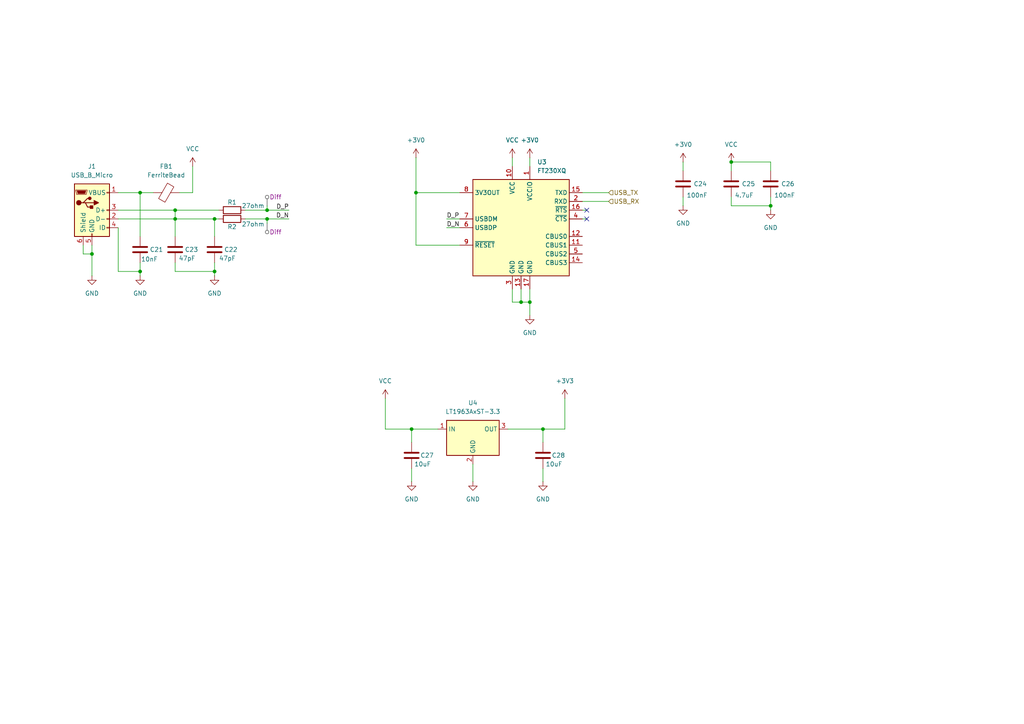
<source format=kicad_sch>
(kicad_sch
	(version 20250114)
	(generator "eeschema")
	(generator_version "9.0")
	(uuid "cfe9a4a3-a4c1-4560-b7b5-577fe2866588")
	(paper "A4")
	(lib_symbols
		(symbol "Connector:USB_B_Micro"
			(pin_names
				(offset 1.016)
			)
			(exclude_from_sim no)
			(in_bom yes)
			(on_board yes)
			(property "Reference" "J"
				(at -5.08 11.43 0)
				(effects
					(font
						(size 1.27 1.27)
					)
					(justify left)
				)
			)
			(property "Value" "USB_B_Micro"
				(at -5.08 8.89 0)
				(effects
					(font
						(size 1.27 1.27)
					)
					(justify left)
				)
			)
			(property "Footprint" ""
				(at 3.81 -1.27 0)
				(effects
					(font
						(size 1.27 1.27)
					)
					(hide yes)
				)
			)
			(property "Datasheet" "~"
				(at 3.81 -1.27 0)
				(effects
					(font
						(size 1.27 1.27)
					)
					(hide yes)
				)
			)
			(property "Description" "USB Micro Type B connector"
				(at 0 0 0)
				(effects
					(font
						(size 1.27 1.27)
					)
					(hide yes)
				)
			)
			(property "ki_keywords" "connector USB micro"
				(at 0 0 0)
				(effects
					(font
						(size 1.27 1.27)
					)
					(hide yes)
				)
			)
			(property "ki_fp_filters" "USB*Micro*B*"
				(at 0 0 0)
				(effects
					(font
						(size 1.27 1.27)
					)
					(hide yes)
				)
			)
			(symbol "USB_B_Micro_0_1"
				(rectangle
					(start -5.08 -7.62)
					(end 5.08 7.62)
					(stroke
						(width 0.254)
						(type default)
					)
					(fill
						(type background)
					)
				)
				(polyline
					(pts
						(xy -4.699 5.842) (xy -4.699 5.588) (xy -4.445 4.826) (xy -4.445 4.572) (xy -1.651 4.572) (xy -1.651 4.826)
						(xy -1.397 5.588) (xy -1.397 5.842) (xy -4.699 5.842)
					)
					(stroke
						(width 0)
						(type default)
					)
					(fill
						(type none)
					)
				)
				(polyline
					(pts
						(xy -4.318 5.588) (xy -1.778 5.588) (xy -2.032 4.826) (xy -4.064 4.826) (xy -4.318 5.588)
					)
					(stroke
						(width 0)
						(type default)
					)
					(fill
						(type outline)
					)
				)
				(circle
					(center -3.81 2.159)
					(radius 0.635)
					(stroke
						(width 0.254)
						(type default)
					)
					(fill
						(type outline)
					)
				)
				(polyline
					(pts
						(xy -3.175 2.159) (xy -2.54 2.159) (xy -1.27 3.429) (xy -0.635 3.429)
					)
					(stroke
						(width 0.254)
						(type default)
					)
					(fill
						(type none)
					)
				)
				(polyline
					(pts
						(xy -2.54 2.159) (xy -1.905 2.159) (xy -1.27 0.889) (xy 0 0.889)
					)
					(stroke
						(width 0.254)
						(type default)
					)
					(fill
						(type none)
					)
				)
				(polyline
					(pts
						(xy -1.905 2.159) (xy 0.635 2.159)
					)
					(stroke
						(width 0.254)
						(type default)
					)
					(fill
						(type none)
					)
				)
				(circle
					(center -0.635 3.429)
					(radius 0.381)
					(stroke
						(width 0.254)
						(type default)
					)
					(fill
						(type outline)
					)
				)
				(rectangle
					(start -0.127 -7.62)
					(end 0.127 -6.858)
					(stroke
						(width 0)
						(type default)
					)
					(fill
						(type none)
					)
				)
				(rectangle
					(start 0.254 1.27)
					(end -0.508 0.508)
					(stroke
						(width 0.254)
						(type default)
					)
					(fill
						(type outline)
					)
				)
				(polyline
					(pts
						(xy 0.635 2.794) (xy 0.635 1.524) (xy 1.905 2.159) (xy 0.635 2.794)
					)
					(stroke
						(width 0.254)
						(type default)
					)
					(fill
						(type outline)
					)
				)
				(rectangle
					(start 5.08 4.953)
					(end 4.318 5.207)
					(stroke
						(width 0)
						(type default)
					)
					(fill
						(type none)
					)
				)
				(rectangle
					(start 5.08 -0.127)
					(end 4.318 0.127)
					(stroke
						(width 0)
						(type default)
					)
					(fill
						(type none)
					)
				)
				(rectangle
					(start 5.08 -2.667)
					(end 4.318 -2.413)
					(stroke
						(width 0)
						(type default)
					)
					(fill
						(type none)
					)
				)
				(rectangle
					(start 5.08 -5.207)
					(end 4.318 -4.953)
					(stroke
						(width 0)
						(type default)
					)
					(fill
						(type none)
					)
				)
			)
			(symbol "USB_B_Micro_1_1"
				(pin passive line
					(at -2.54 -10.16 90)
					(length 2.54)
					(name "Shield"
						(effects
							(font
								(size 1.27 1.27)
							)
						)
					)
					(number "6"
						(effects
							(font
								(size 1.27 1.27)
							)
						)
					)
				)
				(pin power_out line
					(at 0 -10.16 90)
					(length 2.54)
					(name "GND"
						(effects
							(font
								(size 1.27 1.27)
							)
						)
					)
					(number "5"
						(effects
							(font
								(size 1.27 1.27)
							)
						)
					)
				)
				(pin power_out line
					(at 7.62 5.08 180)
					(length 2.54)
					(name "VBUS"
						(effects
							(font
								(size 1.27 1.27)
							)
						)
					)
					(number "1"
						(effects
							(font
								(size 1.27 1.27)
							)
						)
					)
				)
				(pin bidirectional line
					(at 7.62 0 180)
					(length 2.54)
					(name "D+"
						(effects
							(font
								(size 1.27 1.27)
							)
						)
					)
					(number "3"
						(effects
							(font
								(size 1.27 1.27)
							)
						)
					)
				)
				(pin bidirectional line
					(at 7.62 -2.54 180)
					(length 2.54)
					(name "D-"
						(effects
							(font
								(size 1.27 1.27)
							)
						)
					)
					(number "2"
						(effects
							(font
								(size 1.27 1.27)
							)
						)
					)
				)
				(pin passive line
					(at 7.62 -5.08 180)
					(length 2.54)
					(name "ID"
						(effects
							(font
								(size 1.27 1.27)
							)
						)
					)
					(number "4"
						(effects
							(font
								(size 1.27 1.27)
							)
						)
					)
				)
			)
			(embedded_fonts no)
		)
		(symbol "Device:C"
			(pin_numbers
				(hide yes)
			)
			(pin_names
				(offset 0.254)
			)
			(exclude_from_sim no)
			(in_bom yes)
			(on_board yes)
			(property "Reference" "C"
				(at 0.635 2.54 0)
				(effects
					(font
						(size 1.27 1.27)
					)
					(justify left)
				)
			)
			(property "Value" "C"
				(at 0.635 -2.54 0)
				(effects
					(font
						(size 1.27 1.27)
					)
					(justify left)
				)
			)
			(property "Footprint" ""
				(at 0.9652 -3.81 0)
				(effects
					(font
						(size 1.27 1.27)
					)
					(hide yes)
				)
			)
			(property "Datasheet" "~"
				(at 0 0 0)
				(effects
					(font
						(size 1.27 1.27)
					)
					(hide yes)
				)
			)
			(property "Description" "Unpolarized capacitor"
				(at 0 0 0)
				(effects
					(font
						(size 1.27 1.27)
					)
					(hide yes)
				)
			)
			(property "ki_keywords" "cap capacitor"
				(at 0 0 0)
				(effects
					(font
						(size 1.27 1.27)
					)
					(hide yes)
				)
			)
			(property "ki_fp_filters" "C_*"
				(at 0 0 0)
				(effects
					(font
						(size 1.27 1.27)
					)
					(hide yes)
				)
			)
			(symbol "C_0_1"
				(polyline
					(pts
						(xy -2.032 0.762) (xy 2.032 0.762)
					)
					(stroke
						(width 0.508)
						(type default)
					)
					(fill
						(type none)
					)
				)
				(polyline
					(pts
						(xy -2.032 -0.762) (xy 2.032 -0.762)
					)
					(stroke
						(width 0.508)
						(type default)
					)
					(fill
						(type none)
					)
				)
			)
			(symbol "C_1_1"
				(pin passive line
					(at 0 3.81 270)
					(length 2.794)
					(name "~"
						(effects
							(font
								(size 1.27 1.27)
							)
						)
					)
					(number "1"
						(effects
							(font
								(size 1.27 1.27)
							)
						)
					)
				)
				(pin passive line
					(at 0 -3.81 90)
					(length 2.794)
					(name "~"
						(effects
							(font
								(size 1.27 1.27)
							)
						)
					)
					(number "2"
						(effects
							(font
								(size 1.27 1.27)
							)
						)
					)
				)
			)
			(embedded_fonts no)
		)
		(symbol "Device:FerriteBead"
			(pin_numbers
				(hide yes)
			)
			(pin_names
				(offset 0)
			)
			(exclude_from_sim no)
			(in_bom yes)
			(on_board yes)
			(property "Reference" "FB"
				(at -3.81 0.635 90)
				(effects
					(font
						(size 1.27 1.27)
					)
				)
			)
			(property "Value" "FerriteBead"
				(at 3.81 0 90)
				(effects
					(font
						(size 1.27 1.27)
					)
				)
			)
			(property "Footprint" ""
				(at -1.778 0 90)
				(effects
					(font
						(size 1.27 1.27)
					)
					(hide yes)
				)
			)
			(property "Datasheet" "~"
				(at 0 0 0)
				(effects
					(font
						(size 1.27 1.27)
					)
					(hide yes)
				)
			)
			(property "Description" "Ferrite bead"
				(at 0 0 0)
				(effects
					(font
						(size 1.27 1.27)
					)
					(hide yes)
				)
			)
			(property "ki_keywords" "L ferrite bead inductor filter"
				(at 0 0 0)
				(effects
					(font
						(size 1.27 1.27)
					)
					(hide yes)
				)
			)
			(property "ki_fp_filters" "Inductor_* L_* *Ferrite*"
				(at 0 0 0)
				(effects
					(font
						(size 1.27 1.27)
					)
					(hide yes)
				)
			)
			(symbol "FerriteBead_0_1"
				(polyline
					(pts
						(xy -2.7686 0.4064) (xy -1.7018 2.2606) (xy 2.7686 -0.3048) (xy 1.6764 -2.159) (xy -2.7686 0.4064)
					)
					(stroke
						(width 0)
						(type default)
					)
					(fill
						(type none)
					)
				)
				(polyline
					(pts
						(xy 0 1.27) (xy 0 1.2954)
					)
					(stroke
						(width 0)
						(type default)
					)
					(fill
						(type none)
					)
				)
				(polyline
					(pts
						(xy 0 -1.27) (xy 0 -1.2192)
					)
					(stroke
						(width 0)
						(type default)
					)
					(fill
						(type none)
					)
				)
			)
			(symbol "FerriteBead_1_1"
				(pin passive line
					(at 0 3.81 270)
					(length 2.54)
					(name "~"
						(effects
							(font
								(size 1.27 1.27)
							)
						)
					)
					(number "1"
						(effects
							(font
								(size 1.27 1.27)
							)
						)
					)
				)
				(pin passive line
					(at 0 -3.81 90)
					(length 2.54)
					(name "~"
						(effects
							(font
								(size 1.27 1.27)
							)
						)
					)
					(number "2"
						(effects
							(font
								(size 1.27 1.27)
							)
						)
					)
				)
			)
			(embedded_fonts no)
		)
		(symbol "Device:R"
			(pin_numbers
				(hide yes)
			)
			(pin_names
				(offset 0)
			)
			(exclude_from_sim no)
			(in_bom yes)
			(on_board yes)
			(property "Reference" "R"
				(at 2.032 0 90)
				(effects
					(font
						(size 1.27 1.27)
					)
				)
			)
			(property "Value" "R"
				(at 0 0 90)
				(effects
					(font
						(size 1.27 1.27)
					)
				)
			)
			(property "Footprint" ""
				(at -1.778 0 90)
				(effects
					(font
						(size 1.27 1.27)
					)
					(hide yes)
				)
			)
			(property "Datasheet" "~"
				(at 0 0 0)
				(effects
					(font
						(size 1.27 1.27)
					)
					(hide yes)
				)
			)
			(property "Description" "Resistor"
				(at 0 0 0)
				(effects
					(font
						(size 1.27 1.27)
					)
					(hide yes)
				)
			)
			(property "ki_keywords" "R res resistor"
				(at 0 0 0)
				(effects
					(font
						(size 1.27 1.27)
					)
					(hide yes)
				)
			)
			(property "ki_fp_filters" "R_*"
				(at 0 0 0)
				(effects
					(font
						(size 1.27 1.27)
					)
					(hide yes)
				)
			)
			(symbol "R_0_1"
				(rectangle
					(start -1.016 -2.54)
					(end 1.016 2.54)
					(stroke
						(width 0.254)
						(type default)
					)
					(fill
						(type none)
					)
				)
			)
			(symbol "R_1_1"
				(pin passive line
					(at 0 3.81 270)
					(length 1.27)
					(name "~"
						(effects
							(font
								(size 1.27 1.27)
							)
						)
					)
					(number "1"
						(effects
							(font
								(size 1.27 1.27)
							)
						)
					)
				)
				(pin passive line
					(at 0 -3.81 90)
					(length 1.27)
					(name "~"
						(effects
							(font
								(size 1.27 1.27)
							)
						)
					)
					(number "2"
						(effects
							(font
								(size 1.27 1.27)
							)
						)
					)
				)
			)
			(embedded_fonts no)
		)
		(symbol "GND_2"
			(power)
			(pin_numbers
				(hide yes)
			)
			(pin_names
				(offset 0)
				(hide yes)
			)
			(exclude_from_sim no)
			(in_bom yes)
			(on_board yes)
			(property "Reference" "#PWR"
				(at 0 -6.35 0)
				(effects
					(font
						(size 1.27 1.27)
					)
					(hide yes)
				)
			)
			(property "Value" "GND"
				(at 0 -3.81 0)
				(effects
					(font
						(size 1.27 1.27)
					)
				)
			)
			(property "Footprint" ""
				(at 0 0 0)
				(effects
					(font
						(size 1.27 1.27)
					)
					(hide yes)
				)
			)
			(property "Datasheet" ""
				(at 0 0 0)
				(effects
					(font
						(size 1.27 1.27)
					)
					(hide yes)
				)
			)
			(property "Description" "Power symbol creates a global label with name \"GND\" , ground"
				(at 0 0 0)
				(effects
					(font
						(size 1.27 1.27)
					)
					(hide yes)
				)
			)
			(property "ki_keywords" "global power"
				(at 0 0 0)
				(effects
					(font
						(size 1.27 1.27)
					)
					(hide yes)
				)
			)
			(symbol "GND_2_0_1"
				(polyline
					(pts
						(xy 0 0) (xy 0 -1.27) (xy 1.27 -1.27) (xy 0 -2.54) (xy -1.27 -1.27) (xy 0 -1.27)
					)
					(stroke
						(width 0)
						(type default)
					)
					(fill
						(type none)
					)
				)
			)
			(symbol "GND_2_1_1"
				(pin power_in line
					(at 0 0 270)
					(length 0)
					(name "~"
						(effects
							(font
								(size 1.27 1.27)
							)
						)
					)
					(number "1"
						(effects
							(font
								(size 1.27 1.27)
							)
						)
					)
				)
			)
			(embedded_fonts no)
		)
		(symbol "Interface_USB:FT230XQ"
			(exclude_from_sim no)
			(in_bom yes)
			(on_board yes)
			(property "Reference" "U"
				(at -13.97 15.24 0)
				(effects
					(font
						(size 1.27 1.27)
					)
					(justify left)
				)
			)
			(property "Value" "FT230XQ"
				(at 7.62 15.24 0)
				(effects
					(font
						(size 1.27 1.27)
					)
					(justify left)
				)
			)
			(property "Footprint" "Package_DFN_QFN:QFN-16-1EP_4x4mm_P0.65mm_EP2.1x2.1mm"
				(at 34.29 -15.24 0)
				(effects
					(font
						(size 1.27 1.27)
					)
					(hide yes)
				)
			)
			(property "Datasheet" "https://www.ftdichip.com/Support/Documents/DataSheets/ICs/DS_FT230X.pdf"
				(at 0 0 0)
				(effects
					(font
						(size 1.27 1.27)
					)
					(hide yes)
				)
			)
			(property "Description" "Full Speed USB to Basic UART, QFN-16"
				(at 0 0 0)
				(effects
					(font
						(size 1.27 1.27)
					)
					(hide yes)
				)
			)
			(property "ki_keywords" "FTDI USB UART interface converter"
				(at 0 0 0)
				(effects
					(font
						(size 1.27 1.27)
					)
					(hide yes)
				)
			)
			(property "ki_fp_filters" "QFN*1EP*4x4mm*P0.65mm*"
				(at 0 0 0)
				(effects
					(font
						(size 1.27 1.27)
					)
					(hide yes)
				)
			)
			(symbol "FT230XQ_0_1"
				(rectangle
					(start -13.97 13.97)
					(end 13.97 -13.97)
					(stroke
						(width 0.254)
						(type default)
					)
					(fill
						(type background)
					)
				)
			)
			(symbol "FT230XQ_1_1"
				(pin power_out line
					(at -17.78 10.16 0)
					(length 3.81)
					(name "3V3OUT"
						(effects
							(font
								(size 1.27 1.27)
							)
						)
					)
					(number "8"
						(effects
							(font
								(size 1.27 1.27)
							)
						)
					)
				)
				(pin bidirectional line
					(at -17.78 2.54 0)
					(length 3.81)
					(name "USBDM"
						(effects
							(font
								(size 1.27 1.27)
							)
						)
					)
					(number "7"
						(effects
							(font
								(size 1.27 1.27)
							)
						)
					)
				)
				(pin bidirectional line
					(at -17.78 0 0)
					(length 3.81)
					(name "USBDP"
						(effects
							(font
								(size 1.27 1.27)
							)
						)
					)
					(number "6"
						(effects
							(font
								(size 1.27 1.27)
							)
						)
					)
				)
				(pin input line
					(at -17.78 -5.08 0)
					(length 3.81)
					(name "~{RESET}"
						(effects
							(font
								(size 1.27 1.27)
							)
						)
					)
					(number "9"
						(effects
							(font
								(size 1.27 1.27)
							)
						)
					)
				)
				(pin power_in line
					(at -2.54 17.78 270)
					(length 3.81)
					(name "VCC"
						(effects
							(font
								(size 1.27 1.27)
							)
						)
					)
					(number "10"
						(effects
							(font
								(size 1.27 1.27)
							)
						)
					)
				)
				(pin power_in line
					(at -2.54 -17.78 90)
					(length 3.81)
					(name "GND"
						(effects
							(font
								(size 1.27 1.27)
							)
						)
					)
					(number "3"
						(effects
							(font
								(size 1.27 1.27)
							)
						)
					)
				)
				(pin power_in line
					(at 0 -17.78 90)
					(length 3.81)
					(name "GND"
						(effects
							(font
								(size 1.27 1.27)
							)
						)
					)
					(number "13"
						(effects
							(font
								(size 1.27 1.27)
							)
						)
					)
				)
				(pin power_in line
					(at 2.54 17.78 270)
					(length 3.81)
					(name "VCCIO"
						(effects
							(font
								(size 1.27 1.27)
							)
						)
					)
					(number "1"
						(effects
							(font
								(size 1.27 1.27)
							)
						)
					)
				)
				(pin power_in line
					(at 2.54 -17.78 90)
					(length 3.81)
					(name "GND"
						(effects
							(font
								(size 1.27 1.27)
							)
						)
					)
					(number "17"
						(effects
							(font
								(size 1.27 1.27)
							)
						)
					)
				)
				(pin output line
					(at 17.78 10.16 180)
					(length 3.81)
					(name "TXD"
						(effects
							(font
								(size 1.27 1.27)
							)
						)
					)
					(number "15"
						(effects
							(font
								(size 1.27 1.27)
							)
						)
					)
				)
				(pin input line
					(at 17.78 7.62 180)
					(length 3.81)
					(name "RXD"
						(effects
							(font
								(size 1.27 1.27)
							)
						)
					)
					(number "2"
						(effects
							(font
								(size 1.27 1.27)
							)
						)
					)
				)
				(pin output line
					(at 17.78 5.08 180)
					(length 3.81)
					(name "~{RTS}"
						(effects
							(font
								(size 1.27 1.27)
							)
						)
					)
					(number "16"
						(effects
							(font
								(size 1.27 1.27)
							)
						)
					)
				)
				(pin input line
					(at 17.78 2.54 180)
					(length 3.81)
					(name "~{CTS}"
						(effects
							(font
								(size 1.27 1.27)
							)
						)
					)
					(number "4"
						(effects
							(font
								(size 1.27 1.27)
							)
						)
					)
				)
				(pin bidirectional line
					(at 17.78 -2.54 180)
					(length 3.81)
					(name "CBUS0"
						(effects
							(font
								(size 1.27 1.27)
							)
						)
					)
					(number "12"
						(effects
							(font
								(size 1.27 1.27)
							)
						)
					)
				)
				(pin bidirectional line
					(at 17.78 -5.08 180)
					(length 3.81)
					(name "CBUS1"
						(effects
							(font
								(size 1.27 1.27)
							)
						)
					)
					(number "11"
						(effects
							(font
								(size 1.27 1.27)
							)
						)
					)
				)
				(pin bidirectional line
					(at 17.78 -7.62 180)
					(length 3.81)
					(name "CBUS2"
						(effects
							(font
								(size 1.27 1.27)
							)
						)
					)
					(number "5"
						(effects
							(font
								(size 1.27 1.27)
							)
						)
					)
				)
				(pin bidirectional line
					(at 17.78 -10.16 180)
					(length 3.81)
					(name "CBUS3"
						(effects
							(font
								(size 1.27 1.27)
							)
						)
					)
					(number "14"
						(effects
							(font
								(size 1.27 1.27)
							)
						)
					)
				)
			)
			(embedded_fonts no)
		)
		(symbol "Regulator_Linear:LT1963AxST-3.3"
			(exclude_from_sim no)
			(in_bom yes)
			(on_board yes)
			(property "Reference" "U"
				(at -7.62 6.35 0)
				(effects
					(font
						(size 1.27 1.27)
					)
					(justify left)
				)
			)
			(property "Value" "LT1963AxST-3.3"
				(at -1.27 6.35 0)
				(effects
					(font
						(size 1.27 1.27)
					)
					(justify left)
				)
			)
			(property "Footprint" "Package_TO_SOT_SMD:SOT-223-3_TabPin2"
				(at 0 -11.43 0)
				(effects
					(font
						(size 1.27 1.27)
					)
					(hide yes)
				)
			)
			(property "Datasheet" "https://www.analog.com/media/en/technical-documentation/data-sheets/1963aff.pdf"
				(at 0 -13.97 0)
				(effects
					(font
						(size 1.27 1.27)
					)
					(hide yes)
				)
			)
			(property "Description" "3.3V, 1.5A, Low Noise, Fast Transient Response LDO Regulator, SOT-223"
				(at 0 0 0)
				(effects
					(font
						(size 1.27 1.27)
					)
					(hide yes)
				)
			)
			(property "ki_keywords" "LDO voltage regulator fixed"
				(at 0 0 0)
				(effects
					(font
						(size 1.27 1.27)
					)
					(hide yes)
				)
			)
			(property "ki_fp_filters" "SOT*223*"
				(at 0 0 0)
				(effects
					(font
						(size 1.27 1.27)
					)
					(hide yes)
				)
			)
			(symbol "LT1963AxST-3.3_0_1"
				(rectangle
					(start -7.62 5.08)
					(end 7.62 -5.08)
					(stroke
						(width 0.254)
						(type default)
					)
					(fill
						(type background)
					)
				)
			)
			(symbol "LT1963AxST-3.3_1_1"
				(pin power_in line
					(at -10.16 2.54 0)
					(length 2.54)
					(name "IN"
						(effects
							(font
								(size 1.27 1.27)
							)
						)
					)
					(number "1"
						(effects
							(font
								(size 1.27 1.27)
							)
						)
					)
				)
				(pin power_in line
					(at 0 -7.62 90)
					(length 2.54)
					(name "GND"
						(effects
							(font
								(size 1.27 1.27)
							)
						)
					)
					(number "2"
						(effects
							(font
								(size 1.27 1.27)
							)
						)
					)
				)
				(pin power_out line
					(at 10.16 2.54 180)
					(length 2.54)
					(name "OUT"
						(effects
							(font
								(size 1.27 1.27)
							)
						)
					)
					(number "3"
						(effects
							(font
								(size 1.27 1.27)
							)
						)
					)
				)
			)
			(embedded_fonts no)
		)
		(symbol "power:+3V0"
			(power)
			(pin_numbers
				(hide yes)
			)
			(pin_names
				(offset 0)
				(hide yes)
			)
			(exclude_from_sim no)
			(in_bom yes)
			(on_board yes)
			(property "Reference" "#PWR"
				(at 0 -3.81 0)
				(effects
					(font
						(size 1.27 1.27)
					)
					(hide yes)
				)
			)
			(property "Value" "+3V0"
				(at 0 3.556 0)
				(effects
					(font
						(size 1.27 1.27)
					)
				)
			)
			(property "Footprint" ""
				(at 0 0 0)
				(effects
					(font
						(size 1.27 1.27)
					)
					(hide yes)
				)
			)
			(property "Datasheet" ""
				(at 0 0 0)
				(effects
					(font
						(size 1.27 1.27)
					)
					(hide yes)
				)
			)
			(property "Description" "Power symbol creates a global label with name \"+3V0\""
				(at 0 0 0)
				(effects
					(font
						(size 1.27 1.27)
					)
					(hide yes)
				)
			)
			(property "ki_keywords" "global power"
				(at 0 0 0)
				(effects
					(font
						(size 1.27 1.27)
					)
					(hide yes)
				)
			)
			(symbol "+3V0_0_1"
				(polyline
					(pts
						(xy -0.762 1.27) (xy 0 2.54)
					)
					(stroke
						(width 0)
						(type default)
					)
					(fill
						(type none)
					)
				)
				(polyline
					(pts
						(xy 0 2.54) (xy 0.762 1.27)
					)
					(stroke
						(width 0)
						(type default)
					)
					(fill
						(type none)
					)
				)
				(polyline
					(pts
						(xy 0 0) (xy 0 2.54)
					)
					(stroke
						(width 0)
						(type default)
					)
					(fill
						(type none)
					)
				)
			)
			(symbol "+3V0_1_1"
				(pin power_in line
					(at 0 0 90)
					(length 0)
					(name "~"
						(effects
							(font
								(size 1.27 1.27)
							)
						)
					)
					(number "1"
						(effects
							(font
								(size 1.27 1.27)
							)
						)
					)
				)
			)
			(embedded_fonts no)
		)
		(symbol "power:+3V3"
			(power)
			(pin_numbers
				(hide yes)
			)
			(pin_names
				(offset 0)
				(hide yes)
			)
			(exclude_from_sim no)
			(in_bom yes)
			(on_board yes)
			(property "Reference" "#PWR"
				(at 0 -3.81 0)
				(effects
					(font
						(size 1.27 1.27)
					)
					(hide yes)
				)
			)
			(property "Value" "+3V3"
				(at 0 3.556 0)
				(effects
					(font
						(size 1.27 1.27)
					)
				)
			)
			(property "Footprint" ""
				(at 0 0 0)
				(effects
					(font
						(size 1.27 1.27)
					)
					(hide yes)
				)
			)
			(property "Datasheet" ""
				(at 0 0 0)
				(effects
					(font
						(size 1.27 1.27)
					)
					(hide yes)
				)
			)
			(property "Description" "Power symbol creates a global label with name \"+3V3\""
				(at 0 0 0)
				(effects
					(font
						(size 1.27 1.27)
					)
					(hide yes)
				)
			)
			(property "ki_keywords" "global power"
				(at 0 0 0)
				(effects
					(font
						(size 1.27 1.27)
					)
					(hide yes)
				)
			)
			(symbol "+3V3_0_1"
				(polyline
					(pts
						(xy -0.762 1.27) (xy 0 2.54)
					)
					(stroke
						(width 0)
						(type default)
					)
					(fill
						(type none)
					)
				)
				(polyline
					(pts
						(xy 0 2.54) (xy 0.762 1.27)
					)
					(stroke
						(width 0)
						(type default)
					)
					(fill
						(type none)
					)
				)
				(polyline
					(pts
						(xy 0 0) (xy 0 2.54)
					)
					(stroke
						(width 0)
						(type default)
					)
					(fill
						(type none)
					)
				)
			)
			(symbol "+3V3_1_1"
				(pin power_in line
					(at 0 0 90)
					(length 0)
					(name "~"
						(effects
							(font
								(size 1.27 1.27)
							)
						)
					)
					(number "1"
						(effects
							(font
								(size 1.27 1.27)
							)
						)
					)
				)
			)
			(embedded_fonts no)
		)
		(symbol "power:GND"
			(power)
			(pin_numbers
				(hide yes)
			)
			(pin_names
				(offset 0)
				(hide yes)
			)
			(exclude_from_sim no)
			(in_bom yes)
			(on_board yes)
			(property "Reference" "#PWR"
				(at 0 -6.35 0)
				(effects
					(font
						(size 1.27 1.27)
					)
					(hide yes)
				)
			)
			(property "Value" "GND"
				(at 0 -3.81 0)
				(effects
					(font
						(size 1.27 1.27)
					)
				)
			)
			(property "Footprint" ""
				(at 0 0 0)
				(effects
					(font
						(size 1.27 1.27)
					)
					(hide yes)
				)
			)
			(property "Datasheet" ""
				(at 0 0 0)
				(effects
					(font
						(size 1.27 1.27)
					)
					(hide yes)
				)
			)
			(property "Description" "Power symbol creates a global label with name \"GND\" , ground"
				(at 0 0 0)
				(effects
					(font
						(size 1.27 1.27)
					)
					(hide yes)
				)
			)
			(property "ki_keywords" "global power"
				(at 0 0 0)
				(effects
					(font
						(size 1.27 1.27)
					)
					(hide yes)
				)
			)
			(symbol "GND_0_1"
				(polyline
					(pts
						(xy 0 0) (xy 0 -1.27) (xy 1.27 -1.27) (xy 0 -2.54) (xy -1.27 -1.27) (xy 0 -1.27)
					)
					(stroke
						(width 0)
						(type default)
					)
					(fill
						(type none)
					)
				)
			)
			(symbol "GND_1_1"
				(pin power_in line
					(at 0 0 270)
					(length 0)
					(name "~"
						(effects
							(font
								(size 1.27 1.27)
							)
						)
					)
					(number "1"
						(effects
							(font
								(size 1.27 1.27)
							)
						)
					)
				)
			)
			(embedded_fonts no)
		)
		(symbol "power:VCC"
			(power)
			(pin_numbers
				(hide yes)
			)
			(pin_names
				(offset 0)
				(hide yes)
			)
			(exclude_from_sim no)
			(in_bom yes)
			(on_board yes)
			(property "Reference" "#PWR"
				(at 0 -3.81 0)
				(effects
					(font
						(size 1.27 1.27)
					)
					(hide yes)
				)
			)
			(property "Value" "VCC"
				(at 0 3.556 0)
				(effects
					(font
						(size 1.27 1.27)
					)
				)
			)
			(property "Footprint" ""
				(at 0 0 0)
				(effects
					(font
						(size 1.27 1.27)
					)
					(hide yes)
				)
			)
			(property "Datasheet" ""
				(at 0 0 0)
				(effects
					(font
						(size 1.27 1.27)
					)
					(hide yes)
				)
			)
			(property "Description" "Power symbol creates a global label with name \"VCC\""
				(at 0 0 0)
				(effects
					(font
						(size 1.27 1.27)
					)
					(hide yes)
				)
			)
			(property "ki_keywords" "global power"
				(at 0 0 0)
				(effects
					(font
						(size 1.27 1.27)
					)
					(hide yes)
				)
			)
			(symbol "VCC_0_1"
				(polyline
					(pts
						(xy -0.762 1.27) (xy 0 2.54)
					)
					(stroke
						(width 0)
						(type default)
					)
					(fill
						(type none)
					)
				)
				(polyline
					(pts
						(xy 0 2.54) (xy 0.762 1.27)
					)
					(stroke
						(width 0)
						(type default)
					)
					(fill
						(type none)
					)
				)
				(polyline
					(pts
						(xy 0 0) (xy 0 2.54)
					)
					(stroke
						(width 0)
						(type default)
					)
					(fill
						(type none)
					)
				)
			)
			(symbol "VCC_1_1"
				(pin power_in line
					(at 0 0 90)
					(length 0)
					(name "~"
						(effects
							(font
								(size 1.27 1.27)
							)
						)
					)
					(number "1"
						(effects
							(font
								(size 1.27 1.27)
							)
						)
					)
				)
			)
			(embedded_fonts no)
		)
	)
	(junction
		(at 40.64 55.88)
		(diameter 0)
		(color 0 0 0 0)
		(uuid "0ce6dfd7-9213-4103-9f50-bc8c42a1eb0c")
	)
	(junction
		(at 26.67 73.66)
		(diameter 0)
		(color 0 0 0 0)
		(uuid "116b74ba-5cef-4a1c-aa67-023744f7cb7f")
	)
	(junction
		(at 62.23 63.5)
		(diameter 0)
		(color 0 0 0 0)
		(uuid "13517cf9-a64d-4d3a-aee1-eeb08e1a076a")
	)
	(junction
		(at 120.65 55.88)
		(diameter 0)
		(color 0 0 0 0)
		(uuid "210f6165-1aac-475a-a68a-3cebf819d133")
	)
	(junction
		(at 212.09 46.99)
		(diameter 0)
		(color 0 0 0 0)
		(uuid "46706f6a-d9eb-4513-8762-0513ece7625d")
	)
	(junction
		(at 77.47 63.5)
		(diameter 0)
		(color 0 0 0 0)
		(uuid "4ea51dcf-b96e-4a7f-a2ce-50e9edecd315")
	)
	(junction
		(at 62.23 78.74)
		(diameter 0)
		(color 0 0 0 0)
		(uuid "52cfcedd-dcf6-4e02-bfd6-ba3ec004e3fd")
	)
	(junction
		(at 223.52 59.69)
		(diameter 0)
		(color 0 0 0 0)
		(uuid "6f4dd176-0143-479b-9449-b68f196f84d9")
	)
	(junction
		(at 50.8 60.96)
		(diameter 0)
		(color 0 0 0 0)
		(uuid "8bf0560b-ea83-4fa6-bfe1-c38b89362fe2")
	)
	(junction
		(at 151.13 87.63)
		(diameter 0)
		(color 0 0 0 0)
		(uuid "8fa1e150-0f98-43af-b870-2975f9a6d372")
	)
	(junction
		(at 50.8 63.5)
		(diameter 0)
		(color 0 0 0 0)
		(uuid "984d804d-7503-4957-9567-2ad97a860495")
	)
	(junction
		(at 153.67 87.63)
		(diameter 0)
		(color 0 0 0 0)
		(uuid "a237992e-851b-410b-9d34-ca30afebd442")
	)
	(junction
		(at 77.47 60.96)
		(diameter 0)
		(color 0 0 0 0)
		(uuid "a774b7f2-6e09-4d4e-80e4-c0c0b846defb")
	)
	(junction
		(at 119.38 124.46)
		(diameter 0)
		(color 0 0 0 0)
		(uuid "ab2aa03b-e87c-4fc9-8edf-abf6d531c21a")
	)
	(junction
		(at 157.48 124.46)
		(diameter 0)
		(color 0 0 0 0)
		(uuid "e6b5880d-29b0-43c8-aa9f-a67b820f0ec5")
	)
	(junction
		(at 40.64 78.74)
		(diameter 0)
		(color 0 0 0 0)
		(uuid "e7870c82-41eb-4e65-a175-71946613aa57")
	)
	(no_connect
		(at 170.18 63.5)
		(uuid "5cb0d7aa-ce8f-4fbe-8961-2136fb05f9de")
	)
	(no_connect
		(at 170.18 60.96)
		(uuid "f75efb6e-1243-4f9a-b5b4-4a7b0f8a821d")
	)
	(wire
		(pts
			(xy 198.12 46.99) (xy 198.12 49.53)
		)
		(stroke
			(width 0)
			(type default)
		)
		(uuid "029edf13-364f-403f-897b-a64592d4eb4c")
	)
	(wire
		(pts
			(xy 157.48 124.46) (xy 163.83 124.46)
		)
		(stroke
			(width 0)
			(type default)
		)
		(uuid "041390df-880f-4f7d-b893-c139d4ed0444")
	)
	(wire
		(pts
			(xy 40.64 78.74) (xy 40.64 76.2)
		)
		(stroke
			(width 0)
			(type default)
		)
		(uuid "04bb9fe6-667b-4cb0-8dc0-3c3fe0673d52")
	)
	(wire
		(pts
			(xy 50.8 76.2) (xy 50.8 78.74)
		)
		(stroke
			(width 0)
			(type default)
		)
		(uuid "07474ee7-73f1-44ee-bf8f-a87eb5628278")
	)
	(wire
		(pts
			(xy 168.91 58.42) (xy 176.53 58.42)
		)
		(stroke
			(width 0)
			(type default)
		)
		(uuid "07d0a69b-e230-4623-888d-da1cf85bf291")
	)
	(wire
		(pts
			(xy 127 124.46) (xy 119.38 124.46)
		)
		(stroke
			(width 0)
			(type default)
		)
		(uuid "0b188cc2-2b2f-4d0a-bad8-ae9a3baedde4")
	)
	(wire
		(pts
			(xy 147.32 124.46) (xy 157.48 124.46)
		)
		(stroke
			(width 0)
			(type default)
		)
		(uuid "0c942522-1689-44e7-bdac-960be1160a72")
	)
	(wire
		(pts
			(xy 223.52 46.99) (xy 223.52 49.53)
		)
		(stroke
			(width 0)
			(type default)
		)
		(uuid "0ce3dcb8-5acf-4d86-ae52-2715bd58587f")
	)
	(wire
		(pts
			(xy 168.91 60.96) (xy 170.18 60.96)
		)
		(stroke
			(width 0)
			(type default)
		)
		(uuid "0f1f0bac-c45d-469d-ac62-e71d54a5bb50")
	)
	(wire
		(pts
			(xy 40.64 55.88) (xy 34.29 55.88)
		)
		(stroke
			(width 0)
			(type default)
		)
		(uuid "10105fea-4147-410d-a24a-40dbecbcd861")
	)
	(wire
		(pts
			(xy 168.91 63.5) (xy 170.18 63.5)
		)
		(stroke
			(width 0)
			(type default)
		)
		(uuid "121db1eb-0d35-43cf-a42c-846354109ce8")
	)
	(wire
		(pts
			(xy 120.65 55.88) (xy 120.65 71.12)
		)
		(stroke
			(width 0)
			(type default)
		)
		(uuid "126e14ed-300a-4a3a-90a5-131cc3fb6d7c")
	)
	(wire
		(pts
			(xy 151.13 83.82) (xy 151.13 87.63)
		)
		(stroke
			(width 0)
			(type default)
		)
		(uuid "12a9a760-8916-4aeb-b28a-2fbeedcfe3a9")
	)
	(wire
		(pts
			(xy 52.07 55.88) (xy 55.88 55.88)
		)
		(stroke
			(width 0)
			(type default)
		)
		(uuid "21e2b3e9-052e-4eb6-8979-ecd4c21d1e8e")
	)
	(wire
		(pts
			(xy 63.5 63.5) (xy 62.23 63.5)
		)
		(stroke
			(width 0)
			(type default)
		)
		(uuid "22dca795-c52e-4fc1-b503-f06ef4cffd2e")
	)
	(wire
		(pts
			(xy 212.09 59.69) (xy 223.52 59.69)
		)
		(stroke
			(width 0)
			(type default)
		)
		(uuid "2854555d-f71a-4feb-a442-c271b44533f1")
	)
	(wire
		(pts
			(xy 34.29 63.5) (xy 50.8 63.5)
		)
		(stroke
			(width 0)
			(type default)
		)
		(uuid "40f4c5f8-43d3-4fcd-b617-dac5eb8ffec6")
	)
	(wire
		(pts
			(xy 44.45 55.88) (xy 40.64 55.88)
		)
		(stroke
			(width 0)
			(type default)
		)
		(uuid "4664113f-7aaf-48fe-9c5a-e50c512212e3")
	)
	(wire
		(pts
			(xy 157.48 135.89) (xy 157.48 139.7)
		)
		(stroke
			(width 0)
			(type default)
		)
		(uuid "4f737fc1-b643-42ad-bf62-414bd3587a0a")
	)
	(wire
		(pts
			(xy 50.8 60.96) (xy 63.5 60.96)
		)
		(stroke
			(width 0)
			(type default)
		)
		(uuid "506bcfab-36cb-4cb2-acc2-eb79e96aa06d")
	)
	(wire
		(pts
			(xy 77.47 59.69) (xy 77.47 60.96)
		)
		(stroke
			(width 0)
			(type default)
		)
		(uuid "51e25141-8a6b-4429-94c6-38baeff9062e")
	)
	(wire
		(pts
			(xy 26.67 73.66) (xy 24.13 73.66)
		)
		(stroke
			(width 0)
			(type default)
		)
		(uuid "536b02f5-ef49-4b7f-ae7d-d344e6f707ec")
	)
	(wire
		(pts
			(xy 119.38 124.46) (xy 119.38 128.27)
		)
		(stroke
			(width 0)
			(type default)
		)
		(uuid "590bcb00-ef84-4b95-af2f-e00b9d9ee7ac")
	)
	(wire
		(pts
			(xy 120.65 45.72) (xy 120.65 55.88)
		)
		(stroke
			(width 0)
			(type default)
		)
		(uuid "59686723-0f69-4c2c-80fd-36a4f1357c7f")
	)
	(wire
		(pts
			(xy 163.83 115.57) (xy 163.83 124.46)
		)
		(stroke
			(width 0)
			(type default)
		)
		(uuid "5db69307-6109-4853-b6d2-17dbcd563136")
	)
	(wire
		(pts
			(xy 168.91 55.88) (xy 176.53 55.88)
		)
		(stroke
			(width 0)
			(type default)
		)
		(uuid "5e3d7fa2-665f-41db-8c82-cc57d6e79b47")
	)
	(wire
		(pts
			(xy 157.48 124.46) (xy 157.48 128.27)
		)
		(stroke
			(width 0)
			(type default)
		)
		(uuid "63df2011-becd-47e1-8f38-e3814cbc3d3e")
	)
	(wire
		(pts
			(xy 50.8 63.5) (xy 50.8 68.58)
		)
		(stroke
			(width 0)
			(type default)
		)
		(uuid "63eb3a23-4a08-4d94-9e77-a1111fd568fd")
	)
	(wire
		(pts
			(xy 50.8 63.5) (xy 62.23 63.5)
		)
		(stroke
			(width 0)
			(type default)
		)
		(uuid "63f86932-678d-4977-9927-693fd2d9e4dc")
	)
	(wire
		(pts
			(xy 212.09 57.15) (xy 212.09 59.69)
		)
		(stroke
			(width 0)
			(type default)
		)
		(uuid "68047e24-83b7-43c7-a0f8-93da2f3dd9ba")
	)
	(wire
		(pts
			(xy 153.67 87.63) (xy 151.13 87.63)
		)
		(stroke
			(width 0)
			(type default)
		)
		(uuid "68ef46ff-f2a5-4575-ad45-506cfb912be6")
	)
	(wire
		(pts
			(xy 148.59 45.72) (xy 148.59 48.26)
		)
		(stroke
			(width 0)
			(type default)
		)
		(uuid "6a3677fe-8dc4-4602-8040-13dd477087c2")
	)
	(wire
		(pts
			(xy 120.65 55.88) (xy 133.35 55.88)
		)
		(stroke
			(width 0)
			(type default)
		)
		(uuid "6d401cd2-fa75-4518-91fe-1e725e1b8c4d")
	)
	(wire
		(pts
			(xy 129.54 66.04) (xy 133.35 66.04)
		)
		(stroke
			(width 0)
			(type default)
		)
		(uuid "6e250977-d460-4ac2-9709-421307eda3ad")
	)
	(wire
		(pts
			(xy 137.16 134.62) (xy 137.16 139.7)
		)
		(stroke
			(width 0)
			(type default)
		)
		(uuid "6f107e20-eae9-4722-b44e-a3df492ca2af")
	)
	(wire
		(pts
			(xy 24.13 73.66) (xy 24.13 71.12)
		)
		(stroke
			(width 0)
			(type default)
		)
		(uuid "76e57c28-aa00-4da6-810c-86c327bda8fd")
	)
	(wire
		(pts
			(xy 133.35 71.12) (xy 120.65 71.12)
		)
		(stroke
			(width 0)
			(type default)
		)
		(uuid "775d2ca6-5f08-4470-81f4-ff75d79ba87b")
	)
	(wire
		(pts
			(xy 119.38 124.46) (xy 111.76 124.46)
		)
		(stroke
			(width 0)
			(type default)
		)
		(uuid "7a447d42-762a-4eda-9f7d-d21f322013f3")
	)
	(wire
		(pts
			(xy 77.47 64.77) (xy 77.47 63.5)
		)
		(stroke
			(width 0)
			(type default)
		)
		(uuid "7b327e98-bdbf-4743-9146-961177085df4")
	)
	(wire
		(pts
			(xy 40.64 78.74) (xy 34.29 78.74)
		)
		(stroke
			(width 0)
			(type default)
		)
		(uuid "7f922a0f-522d-4303-ab5a-1eb4a2732dc5")
	)
	(wire
		(pts
			(xy 77.47 60.96) (xy 83.82 60.96)
		)
		(stroke
			(width 0)
			(type default)
		)
		(uuid "804fbdf1-b96d-4bf1-845f-4a21cc636ae4")
	)
	(wire
		(pts
			(xy 40.64 55.88) (xy 40.64 68.58)
		)
		(stroke
			(width 0)
			(type default)
		)
		(uuid "818daa9d-c16e-4fc7-8b18-bfbd94d443c6")
	)
	(wire
		(pts
			(xy 62.23 80.01) (xy 62.23 78.74)
		)
		(stroke
			(width 0)
			(type default)
		)
		(uuid "88567d12-800d-4984-bb37-438db83887bf")
	)
	(wire
		(pts
			(xy 62.23 78.74) (xy 62.23 76.2)
		)
		(stroke
			(width 0)
			(type default)
		)
		(uuid "8d75d47b-c258-4b8d-91fa-52ba912f6f2d")
	)
	(wire
		(pts
			(xy 223.52 60.96) (xy 223.52 59.69)
		)
		(stroke
			(width 0)
			(type default)
		)
		(uuid "8f7af91f-412c-4fd3-8627-6f8167956505")
	)
	(wire
		(pts
			(xy 71.12 60.96) (xy 77.47 60.96)
		)
		(stroke
			(width 0)
			(type default)
		)
		(uuid "9395f531-843e-4a4d-b89a-1754a9f89951")
	)
	(wire
		(pts
			(xy 119.38 135.89) (xy 119.38 139.7)
		)
		(stroke
			(width 0)
			(type default)
		)
		(uuid "a3d19ac3-32c0-4110-acc7-a968639c24cf")
	)
	(wire
		(pts
			(xy 111.76 115.57) (xy 111.76 124.46)
		)
		(stroke
			(width 0)
			(type default)
		)
		(uuid "a5d75f3d-2957-48ce-8dca-fe04bdf90221")
	)
	(wire
		(pts
			(xy 129.54 63.5) (xy 133.35 63.5)
		)
		(stroke
			(width 0)
			(type default)
		)
		(uuid "ab5f02a8-73e5-4e8a-9479-a456d6a95f71")
	)
	(wire
		(pts
			(xy 50.8 60.96) (xy 50.8 63.5)
		)
		(stroke
			(width 0)
			(type default)
		)
		(uuid "af71ef8c-16d2-4bcf-9d15-ee3d9bb3b0ee")
	)
	(wire
		(pts
			(xy 77.47 63.5) (xy 83.82 63.5)
		)
		(stroke
			(width 0)
			(type default)
		)
		(uuid "afc127ff-f835-42da-9038-59aca9f3d24e")
	)
	(wire
		(pts
			(xy 71.12 63.5) (xy 77.47 63.5)
		)
		(stroke
			(width 0)
			(type default)
		)
		(uuid "b6ecb12e-34ea-4f9c-afe2-5fed26fb2ff9")
	)
	(wire
		(pts
			(xy 212.09 46.99) (xy 223.52 46.99)
		)
		(stroke
			(width 0)
			(type default)
		)
		(uuid "b7639ad7-49cf-4569-99bc-1303425f7eee")
	)
	(wire
		(pts
			(xy 62.23 63.5) (xy 62.23 68.58)
		)
		(stroke
			(width 0)
			(type default)
		)
		(uuid "bc688012-f204-4592-875d-3be6019c6d51")
	)
	(wire
		(pts
			(xy 153.67 45.72) (xy 153.67 48.26)
		)
		(stroke
			(width 0)
			(type default)
		)
		(uuid "be13d2bf-6c2a-447b-b0bf-9e8bd534d77c")
	)
	(wire
		(pts
			(xy 198.12 57.15) (xy 198.12 59.69)
		)
		(stroke
			(width 0)
			(type default)
		)
		(uuid "be43f3ad-530b-436c-a5ac-1fdbc9a805ab")
	)
	(wire
		(pts
			(xy 40.64 80.01) (xy 40.64 78.74)
		)
		(stroke
			(width 0)
			(type default)
		)
		(uuid "bfa317d8-383e-413f-ab48-8c97abc91e3f")
	)
	(wire
		(pts
			(xy 223.52 59.69) (xy 223.52 57.15)
		)
		(stroke
			(width 0)
			(type default)
		)
		(uuid "c086076c-9a58-450b-9372-6aa40e11dc20")
	)
	(wire
		(pts
			(xy 153.67 87.63) (xy 153.67 91.44)
		)
		(stroke
			(width 0)
			(type default)
		)
		(uuid "c10fac70-b4d3-4897-9b30-9eca0041da28")
	)
	(wire
		(pts
			(xy 26.67 73.66) (xy 26.67 80.01)
		)
		(stroke
			(width 0)
			(type default)
		)
		(uuid "c82539ff-f1d5-463d-ad5e-994d54a70c46")
	)
	(wire
		(pts
			(xy 151.13 87.63) (xy 148.59 87.63)
		)
		(stroke
			(width 0)
			(type default)
		)
		(uuid "cb13cf50-359a-4059-af73-80430dab6bb7")
	)
	(wire
		(pts
			(xy 34.29 60.96) (xy 50.8 60.96)
		)
		(stroke
			(width 0)
			(type default)
		)
		(uuid "cb5a9f0f-f829-45d9-9079-51f46e4cac3a")
	)
	(wire
		(pts
			(xy 148.59 83.82) (xy 148.59 87.63)
		)
		(stroke
			(width 0)
			(type default)
		)
		(uuid "cf28ed43-4954-4058-8e66-96f389e0cb26")
	)
	(wire
		(pts
			(xy 26.67 71.12) (xy 26.67 73.66)
		)
		(stroke
			(width 0)
			(type default)
		)
		(uuid "d0ab7dd0-1339-490c-a7f5-b41a8b1641e4")
	)
	(wire
		(pts
			(xy 50.8 78.74) (xy 62.23 78.74)
		)
		(stroke
			(width 0)
			(type default)
		)
		(uuid "d11f7cd6-fa25-4a1d-9692-9859939c2774")
	)
	(wire
		(pts
			(xy 153.67 83.82) (xy 153.67 87.63)
		)
		(stroke
			(width 0)
			(type default)
		)
		(uuid "db85c7bd-c1cc-4c06-b125-a25e62e01372")
	)
	(wire
		(pts
			(xy 34.29 66.04) (xy 34.29 78.74)
		)
		(stroke
			(width 0)
			(type default)
		)
		(uuid "df9e0037-0236-4398-a0cf-8f7264632705")
	)
	(wire
		(pts
			(xy 212.09 49.53) (xy 212.09 46.99)
		)
		(stroke
			(width 0)
			(type default)
		)
		(uuid "e5224754-f54e-4a93-adac-3fb1d3733834")
	)
	(wire
		(pts
			(xy 55.88 48.26) (xy 55.88 55.88)
		)
		(stroke
			(width 0)
			(type default)
		)
		(uuid "f053c46e-78f1-4c7b-b0a5-448ef18ff7f7")
	)
	(label "D_P"
		(at 129.54 63.5 0)
		(effects
			(font
				(size 1.27 1.27)
			)
			(justify left bottom)
		)
		(uuid "060d7bae-cba6-4e8d-a625-9ccb0e2d14c9")
	)
	(label "D_N"
		(at 83.82 63.5 180)
		(effects
			(font
				(size 1.27 1.27)
			)
			(justify right bottom)
		)
		(uuid "8738388d-0c52-4b42-84f1-de756a7f7ca9")
	)
	(label "D_N"
		(at 129.54 66.04 0)
		(effects
			(font
				(size 1.27 1.27)
			)
			(justify left bottom)
		)
		(uuid "977b833f-43eb-4d7f-8284-c346abe364dd")
	)
	(label "D_P"
		(at 83.82 60.96 180)
		(effects
			(font
				(size 1.27 1.27)
			)
			(justify right bottom)
		)
		(uuid "fb868002-d7ac-41b2-8abc-cc209e3e4c95")
	)
	(hierarchical_label "USB_TX"
		(shape input)
		(at 176.53 55.88 0)
		(effects
			(font
				(size 1.27 1.27)
			)
			(justify left)
		)
		(uuid "dcb1b25a-5ed7-414a-ba2f-bdef1d201a7c")
	)
	(hierarchical_label "USB_RX"
		(shape input)
		(at 176.53 58.42 0)
		(effects
			(font
				(size 1.27 1.27)
			)
			(justify left)
		)
		(uuid "e61f5bc4-40eb-4fe6-82e6-f7d76f3abd3c")
	)
	(netclass_flag ""
		(length 2.54)
		(shape round)
		(at 77.47 64.77 180)
		(fields_autoplaced yes)
		(effects
			(font
				(size 1.27 1.27)
			)
			(justify right bottom)
		)
		(uuid "3fadc3fe-3b4e-4eec-a8e8-941e43ff3b1e")
		(property "Netclass" "Diff"
			(at 78.1685 67.31 0)
			(effects
				(font
					(size 1.27 1.27)
				)
				(justify left)
			)
		)
		(property "Component Class" ""
			(at -6.35 -3.81 0)
			(effects
				(font
					(size 1.27 1.27)
					(italic yes)
				)
			)
		)
	)
	(netclass_flag ""
		(length 2.54)
		(shape round)
		(at 77.47 59.69 0)
		(fields_autoplaced yes)
		(effects
			(font
				(size 1.27 1.27)
			)
			(justify left bottom)
		)
		(uuid "e9e48b3f-7a2e-4fad-93e1-69711d20c099")
		(property "Netclass" "Diff"
			(at 78.1685 57.15 0)
			(effects
				(font
					(size 1.27 1.27)
				)
				(justify left)
			)
		)
		(property "Component Class" ""
			(at -88.9 -7.62 0)
			(effects
				(font
					(size 1.27 1.27)
					(italic yes)
				)
			)
		)
	)
	(symbol
		(lib_id "power:+3V0")
		(at 198.12 46.99 0)
		(unit 1)
		(exclude_from_sim no)
		(in_bom yes)
		(on_board yes)
		(dnp no)
		(fields_autoplaced yes)
		(uuid "0d492ddb-4a46-4345-a488-8dc5b2652b8a")
		(property "Reference" "#PWR07"
			(at 198.12 50.8 0)
			(effects
				(font
					(size 1.27 1.27)
				)
				(hide yes)
			)
		)
		(property "Value" "+3V0"
			(at 198.12 41.91 0)
			(effects
				(font
					(size 1.27 1.27)
				)
			)
		)
		(property "Footprint" ""
			(at 198.12 46.99 0)
			(effects
				(font
					(size 1.27 1.27)
				)
				(hide yes)
			)
		)
		(property "Datasheet" ""
			(at 198.12 46.99 0)
			(effects
				(font
					(size 1.27 1.27)
				)
				(hide yes)
			)
		)
		(property "Description" "Power symbol creates a global label with name \"+3V0\""
			(at 198.12 46.99 0)
			(effects
				(font
					(size 1.27 1.27)
				)
				(hide yes)
			)
		)
		(pin "1"
			(uuid "fe5b3ba6-4a09-470b-809c-e4e4d7f4bdfd")
		)
		(instances
			(project "dev_board"
				(path "/d0cd3d3b-d42f-4a0d-9317-17db4a7f672b/5f2588a7-c0bc-4980-8cb9-e0fc553a0935"
					(reference "#PWR07")
					(unit 1)
				)
			)
		)
	)
	(symbol
		(lib_id "power:GND")
		(at 40.64 80.01 0)
		(unit 1)
		(exclude_from_sim no)
		(in_bom yes)
		(on_board yes)
		(dnp no)
		(fields_autoplaced yes)
		(uuid "0ee95a88-24d0-4a99-9c20-3a1d0e85982e")
		(property "Reference" "#PWR03"
			(at 40.64 86.36 0)
			(effects
				(font
					(size 1.27 1.27)
				)
				(hide yes)
			)
		)
		(property "Value" "GND"
			(at 40.64 85.09 0)
			(effects
				(font
					(size 1.27 1.27)
				)
			)
		)
		(property "Footprint" ""
			(at 40.64 80.01 0)
			(effects
				(font
					(size 1.27 1.27)
				)
				(hide yes)
			)
		)
		(property "Datasheet" ""
			(at 40.64 80.01 0)
			(effects
				(font
					(size 1.27 1.27)
				)
				(hide yes)
			)
		)
		(property "Description" "Power symbol creates a global label with name \"GND\" , ground"
			(at 40.64 80.01 0)
			(effects
				(font
					(size 1.27 1.27)
				)
				(hide yes)
			)
		)
		(pin "1"
			(uuid "fa86bd7b-9fce-459e-915b-7a6c05b0117c")
		)
		(instances
			(project "dev_board"
				(path "/d0cd3d3b-d42f-4a0d-9317-17db4a7f672b/5f2588a7-c0bc-4980-8cb9-e0fc553a0935"
					(reference "#PWR03")
					(unit 1)
				)
			)
		)
	)
	(symbol
		(lib_id "Device:C")
		(at 157.48 132.08 0)
		(unit 1)
		(exclude_from_sim no)
		(in_bom yes)
		(on_board yes)
		(dnp no)
		(uuid "17fff910-2e47-41f8-b509-a8cd6d74133d")
		(property "Reference" "C28"
			(at 160.02 132.08 0)
			(effects
				(font
					(size 1.27 1.27)
				)
				(justify left)
			)
		)
		(property "Value" "10uF"
			(at 158.242 134.62 0)
			(effects
				(font
					(size 1.27 1.27)
				)
				(justify left)
			)
		)
		(property "Footprint" ""
			(at 158.4452 135.89 0)
			(effects
				(font
					(size 1.27 1.27)
				)
				(hide yes)
			)
		)
		(property "Datasheet" "~"
			(at 157.48 132.08 0)
			(effects
				(font
					(size 1.27 1.27)
				)
				(hide yes)
			)
		)
		(property "Description" "Unpolarized capacitor"
			(at 157.48 132.08 0)
			(effects
				(font
					(size 1.27 1.27)
				)
				(hide yes)
			)
		)
		(pin "2"
			(uuid "6344888f-1586-4db2-83f9-977b11bafa8f")
		)
		(pin "1"
			(uuid "4fea2f4c-323f-4502-968a-c94974cbcfe6")
		)
		(instances
			(project "dev_board"
				(path "/d0cd3d3b-d42f-4a0d-9317-17db4a7f672b/5f2588a7-c0bc-4980-8cb9-e0fc553a0935"
					(reference "C28")
					(unit 1)
				)
			)
		)
	)
	(symbol
		(lib_id "power:VCC")
		(at 55.88 48.26 0)
		(unit 1)
		(exclude_from_sim no)
		(in_bom yes)
		(on_board yes)
		(dnp no)
		(fields_autoplaced yes)
		(uuid "19a06eb8-2864-4ecb-b68a-493965141719")
		(property "Reference" "#PWR024"
			(at 55.88 52.07 0)
			(effects
				(font
					(size 1.27 1.27)
				)
				(hide yes)
			)
		)
		(property "Value" "VCC"
			(at 55.88 43.18 0)
			(effects
				(font
					(size 1.27 1.27)
				)
			)
		)
		(property "Footprint" ""
			(at 55.88 48.26 0)
			(effects
				(font
					(size 1.27 1.27)
				)
				(hide yes)
			)
		)
		(property "Datasheet" ""
			(at 55.88 48.26 0)
			(effects
				(font
					(size 1.27 1.27)
				)
				(hide yes)
			)
		)
		(property "Description" "Power symbol creates a global label with name \"VCC\""
			(at 55.88 48.26 0)
			(effects
				(font
					(size 1.27 1.27)
				)
				(hide yes)
			)
		)
		(pin "1"
			(uuid "fc72cc5b-8cc8-41ba-9723-5195b6f8cc49")
		)
		(instances
			(project "dev_board"
				(path "/d0cd3d3b-d42f-4a0d-9317-17db4a7f672b/5f2588a7-c0bc-4980-8cb9-e0fc553a0935"
					(reference "#PWR024")
					(unit 1)
				)
			)
		)
	)
	(symbol
		(lib_id "power:GND")
		(at 119.38 139.7 0)
		(unit 1)
		(exclude_from_sim no)
		(in_bom yes)
		(on_board yes)
		(dnp no)
		(fields_autoplaced yes)
		(uuid "2c81fb25-ecb3-4536-98e7-0c5187e05830")
		(property "Reference" "#PWR011"
			(at 119.38 146.05 0)
			(effects
				(font
					(size 1.27 1.27)
				)
				(hide yes)
			)
		)
		(property "Value" "GND"
			(at 119.38 144.78 0)
			(effects
				(font
					(size 1.27 1.27)
				)
			)
		)
		(property "Footprint" ""
			(at 119.38 139.7 0)
			(effects
				(font
					(size 1.27 1.27)
				)
				(hide yes)
			)
		)
		(property "Datasheet" ""
			(at 119.38 139.7 0)
			(effects
				(font
					(size 1.27 1.27)
				)
				(hide yes)
			)
		)
		(property "Description" "Power symbol creates a global label with name \"GND\" , ground"
			(at 119.38 139.7 0)
			(effects
				(font
					(size 1.27 1.27)
				)
				(hide yes)
			)
		)
		(pin "1"
			(uuid "e6e8066b-6aa9-4c7e-b15d-e564ab216f2b")
		)
		(instances
			(project ""
				(path "/d0cd3d3b-d42f-4a0d-9317-17db4a7f672b/5f2588a7-c0bc-4980-8cb9-e0fc553a0935"
					(reference "#PWR011")
					(unit 1)
				)
			)
		)
	)
	(symbol
		(lib_id "power:+3V3")
		(at 163.83 115.57 0)
		(unit 1)
		(exclude_from_sim no)
		(in_bom yes)
		(on_board yes)
		(dnp no)
		(fields_autoplaced yes)
		(uuid "40a3ad4a-4906-47bc-a052-b26017319e39")
		(property "Reference" "#PWR038"
			(at 163.83 119.38 0)
			(effects
				(font
					(size 1.27 1.27)
				)
				(hide yes)
			)
		)
		(property "Value" "+3V3"
			(at 163.83 110.49 0)
			(effects
				(font
					(size 1.27 1.27)
				)
			)
		)
		(property "Footprint" ""
			(at 163.83 115.57 0)
			(effects
				(font
					(size 1.27 1.27)
				)
				(hide yes)
			)
		)
		(property "Datasheet" ""
			(at 163.83 115.57 0)
			(effects
				(font
					(size 1.27 1.27)
				)
				(hide yes)
			)
		)
		(property "Description" "Power symbol creates a global label with name \"+3V3\""
			(at 163.83 115.57 0)
			(effects
				(font
					(size 1.27 1.27)
				)
				(hide yes)
			)
		)
		(pin "1"
			(uuid "439f3c89-e2ff-45d4-83ea-3f760be1e985")
		)
		(instances
			(project ""
				(path "/d0cd3d3b-d42f-4a0d-9317-17db4a7f672b/5f2588a7-c0bc-4980-8cb9-e0fc553a0935"
					(reference "#PWR038")
					(unit 1)
				)
			)
		)
	)
	(symbol
		(lib_id "Device:C")
		(at 40.64 72.39 0)
		(unit 1)
		(exclude_from_sim no)
		(in_bom yes)
		(on_board yes)
		(dnp no)
		(uuid "48021bd0-946e-4fbe-9396-2617852dd83f")
		(property "Reference" "C21"
			(at 43.434 72.39 0)
			(effects
				(font
					(size 1.27 1.27)
				)
				(justify left)
			)
		)
		(property "Value" "10nF"
			(at 40.894 75.184 0)
			(effects
				(font
					(size 1.27 1.27)
				)
				(justify left)
			)
		)
		(property "Footprint" ""
			(at 41.6052 76.2 0)
			(effects
				(font
					(size 1.27 1.27)
				)
				(hide yes)
			)
		)
		(property "Datasheet" "~"
			(at 40.64 72.39 0)
			(effects
				(font
					(size 1.27 1.27)
				)
				(hide yes)
			)
		)
		(property "Description" "Unpolarized capacitor"
			(at 40.64 72.39 0)
			(effects
				(font
					(size 1.27 1.27)
				)
				(hide yes)
			)
		)
		(pin "1"
			(uuid "32b066cc-23d5-4669-a1a0-76cbe5c5e325")
		)
		(pin "2"
			(uuid "fcade510-4d32-44ab-96a7-02531d3103d2")
		)
		(instances
			(project "dev_board"
				(path "/d0cd3d3b-d42f-4a0d-9317-17db4a7f672b/5f2588a7-c0bc-4980-8cb9-e0fc553a0935"
					(reference "C21")
					(unit 1)
				)
			)
		)
	)
	(symbol
		(lib_id "Device:C")
		(at 198.12 53.34 0)
		(unit 1)
		(exclude_from_sim no)
		(in_bom yes)
		(on_board yes)
		(dnp no)
		(uuid "483f974c-33ba-42db-95a0-3587eff4e6ee")
		(property "Reference" "C24"
			(at 201.168 53.34 0)
			(effects
				(font
					(size 1.27 1.27)
				)
				(justify left)
			)
		)
		(property "Value" "100nF"
			(at 199.136 56.642 0)
			(effects
				(font
					(size 1.27 1.27)
				)
				(justify left)
			)
		)
		(property "Footprint" ""
			(at 199.0852 57.15 0)
			(effects
				(font
					(size 1.27 1.27)
				)
				(hide yes)
			)
		)
		(property "Datasheet" "~"
			(at 198.12 53.34 0)
			(effects
				(font
					(size 1.27 1.27)
				)
				(hide yes)
			)
		)
		(property "Description" "Unpolarized capacitor"
			(at 198.12 53.34 0)
			(effects
				(font
					(size 1.27 1.27)
				)
				(hide yes)
			)
		)
		(pin "2"
			(uuid "93f90734-cd1c-430a-a19e-61c829f53225")
		)
		(pin "1"
			(uuid "8b5f300a-03bc-4e06-ba3b-8fece7e7a103")
		)
		(instances
			(project ""
				(path "/d0cd3d3b-d42f-4a0d-9317-17db4a7f672b/5f2588a7-c0bc-4980-8cb9-e0fc553a0935"
					(reference "C24")
					(unit 1)
				)
			)
		)
	)
	(symbol
		(lib_id "Device:R")
		(at 67.31 63.5 90)
		(unit 1)
		(exclude_from_sim no)
		(in_bom yes)
		(on_board yes)
		(dnp no)
		(uuid "4932f44f-7906-4fa1-9fd1-363be1081029")
		(property "Reference" "R2"
			(at 67.31 65.786 90)
			(effects
				(font
					(size 1.27 1.27)
				)
			)
		)
		(property "Value" "27ohm"
			(at 73.406 65.024 90)
			(effects
				(font
					(size 1.27 1.27)
				)
			)
		)
		(property "Footprint" ""
			(at 67.31 65.278 90)
			(effects
				(font
					(size 1.27 1.27)
				)
				(hide yes)
			)
		)
		(property "Datasheet" "~"
			(at 67.31 63.5 0)
			(effects
				(font
					(size 1.27 1.27)
				)
				(hide yes)
			)
		)
		(property "Description" "Resistor"
			(at 67.31 63.5 0)
			(effects
				(font
					(size 1.27 1.27)
				)
				(hide yes)
			)
		)
		(pin "2"
			(uuid "02edb619-df06-4c7a-8d5f-eee1d571373d")
		)
		(pin "1"
			(uuid "00a4526b-7a18-4be3-a063-adf5b24b489b")
		)
		(instances
			(project "dev_board"
				(path "/d0cd3d3b-d42f-4a0d-9317-17db4a7f672b/5f2588a7-c0bc-4980-8cb9-e0fc553a0935"
					(reference "R2")
					(unit 1)
				)
			)
		)
	)
	(symbol
		(lib_id "power:GND")
		(at 223.52 60.96 0)
		(unit 1)
		(exclude_from_sim no)
		(in_bom yes)
		(on_board yes)
		(dnp no)
		(fields_autoplaced yes)
		(uuid "4c084b03-b82a-49ea-b53a-010083e30f0d")
		(property "Reference" "#PWR09"
			(at 223.52 67.31 0)
			(effects
				(font
					(size 1.27 1.27)
				)
				(hide yes)
			)
		)
		(property "Value" "GND"
			(at 223.52 66.04 0)
			(effects
				(font
					(size 1.27 1.27)
				)
			)
		)
		(property "Footprint" ""
			(at 223.52 60.96 0)
			(effects
				(font
					(size 1.27 1.27)
				)
				(hide yes)
			)
		)
		(property "Datasheet" ""
			(at 223.52 60.96 0)
			(effects
				(font
					(size 1.27 1.27)
				)
				(hide yes)
			)
		)
		(property "Description" "Power symbol creates a global label with name \"GND\" , ground"
			(at 223.52 60.96 0)
			(effects
				(font
					(size 1.27 1.27)
				)
				(hide yes)
			)
		)
		(pin "1"
			(uuid "a0902870-325a-4fda-a77f-26ba53a892a9")
		)
		(instances
			(project "dev_board"
				(path "/d0cd3d3b-d42f-4a0d-9317-17db4a7f672b/5f2588a7-c0bc-4980-8cb9-e0fc553a0935"
					(reference "#PWR09")
					(unit 1)
				)
			)
		)
	)
	(symbol
		(lib_id "power:GND")
		(at 198.12 59.69 0)
		(unit 1)
		(exclude_from_sim no)
		(in_bom yes)
		(on_board yes)
		(dnp no)
		(fields_autoplaced yes)
		(uuid "4d2b2883-0bd1-4e30-ab51-e0508ddc6218")
		(property "Reference" "#PWR08"
			(at 198.12 66.04 0)
			(effects
				(font
					(size 1.27 1.27)
				)
				(hide yes)
			)
		)
		(property "Value" "GND"
			(at 198.12 64.77 0)
			(effects
				(font
					(size 1.27 1.27)
				)
			)
		)
		(property "Footprint" ""
			(at 198.12 59.69 0)
			(effects
				(font
					(size 1.27 1.27)
				)
				(hide yes)
			)
		)
		(property "Datasheet" ""
			(at 198.12 59.69 0)
			(effects
				(font
					(size 1.27 1.27)
				)
				(hide yes)
			)
		)
		(property "Description" "Power symbol creates a global label with name \"GND\" , ground"
			(at 198.12 59.69 0)
			(effects
				(font
					(size 1.27 1.27)
				)
				(hide yes)
			)
		)
		(pin "1"
			(uuid "28a8f3f5-2654-4ff1-8528-20b14ac7fb69")
		)
		(instances
			(project ""
				(path "/d0cd3d3b-d42f-4a0d-9317-17db4a7f672b/5f2588a7-c0bc-4980-8cb9-e0fc553a0935"
					(reference "#PWR08")
					(unit 1)
				)
			)
		)
	)
	(symbol
		(lib_id "Connector:USB_B_Micro")
		(at 26.67 60.96 0)
		(unit 1)
		(exclude_from_sim no)
		(in_bom yes)
		(on_board yes)
		(dnp no)
		(fields_autoplaced yes)
		(uuid "4d973a4e-3c73-45f5-8f3a-628d653c232b")
		(property "Reference" "J1"
			(at 26.67 48.26 0)
			(effects
				(font
					(size 1.27 1.27)
				)
			)
		)
		(property "Value" "USB_B_Micro"
			(at 26.67 50.8 0)
			(effects
				(font
					(size 1.27 1.27)
				)
			)
		)
		(property "Footprint" ""
			(at 30.48 62.23 0)
			(effects
				(font
					(size 1.27 1.27)
				)
				(hide yes)
			)
		)
		(property "Datasheet" "~"
			(at 30.48 62.23 0)
			(effects
				(font
					(size 1.27 1.27)
				)
				(hide yes)
			)
		)
		(property "Description" "USB Micro Type B connector"
			(at 26.67 60.96 0)
			(effects
				(font
					(size 1.27 1.27)
				)
				(hide yes)
			)
		)
		(pin "2"
			(uuid "2309eb3d-3146-4c81-8bdd-4094ba9d87c4")
		)
		(pin "5"
			(uuid "ab1285d7-a6f7-446b-b213-284fa1ea2624")
		)
		(pin "3"
			(uuid "cb5d1c15-12b5-4002-902f-5425adf425b4")
		)
		(pin "1"
			(uuid "9a284b0f-2217-4b53-afd6-b7987c9fc5e4")
		)
		(pin "6"
			(uuid "548969ce-12b3-4796-9159-0e64d67204be")
		)
		(pin "4"
			(uuid "5373b963-d154-4956-8685-fad5954133be")
		)
		(instances
			(project "dev_board"
				(path "/d0cd3d3b-d42f-4a0d-9317-17db4a7f672b/5f2588a7-c0bc-4980-8cb9-e0fc553a0935"
					(reference "J1")
					(unit 1)
				)
			)
		)
	)
	(symbol
		(lib_id "power:VCC")
		(at 111.76 115.57 0)
		(unit 1)
		(exclude_from_sim no)
		(in_bom yes)
		(on_board yes)
		(dnp no)
		(fields_autoplaced yes)
		(uuid "5b67415d-4729-4833-a308-38db9b1748e5")
		(property "Reference" "#PWR022"
			(at 111.76 119.38 0)
			(effects
				(font
					(size 1.27 1.27)
				)
				(hide yes)
			)
		)
		(property "Value" "VCC"
			(at 111.76 110.49 0)
			(effects
				(font
					(size 1.27 1.27)
				)
			)
		)
		(property "Footprint" ""
			(at 111.76 115.57 0)
			(effects
				(font
					(size 1.27 1.27)
				)
				(hide yes)
			)
		)
		(property "Datasheet" ""
			(at 111.76 115.57 0)
			(effects
				(font
					(size 1.27 1.27)
				)
				(hide yes)
			)
		)
		(property "Description" "Power symbol creates a global label with name \"VCC\""
			(at 111.76 115.57 0)
			(effects
				(font
					(size 1.27 1.27)
				)
				(hide yes)
			)
		)
		(pin "1"
			(uuid "1b128702-2367-45d2-9a1e-e155236e288f")
		)
		(instances
			(project "dev_board"
				(path "/d0cd3d3b-d42f-4a0d-9317-17db4a7f672b/5f2588a7-c0bc-4980-8cb9-e0fc553a0935"
					(reference "#PWR022")
					(unit 1)
				)
			)
		)
	)
	(symbol
		(lib_id "Regulator_Linear:LT1963AxST-3.3")
		(at 137.16 127 0)
		(unit 1)
		(exclude_from_sim no)
		(in_bom yes)
		(on_board yes)
		(dnp no)
		(fields_autoplaced yes)
		(uuid "609c0e94-ebd4-4dff-822f-010a3584d71f")
		(property "Reference" "U4"
			(at 137.16 116.84 0)
			(effects
				(font
					(size 1.27 1.27)
				)
			)
		)
		(property "Value" "LT1963AxST-3.3"
			(at 137.16 119.38 0)
			(effects
				(font
					(size 1.27 1.27)
				)
			)
		)
		(property "Footprint" "Package_TO_SOT_SMD:SOT-223-3_TabPin2"
			(at 137.16 138.43 0)
			(effects
				(font
					(size 1.27 1.27)
				)
				(hide yes)
			)
		)
		(property "Datasheet" "https://www.analog.com/media/en/technical-documentation/data-sheets/1963aff.pdf"
			(at 137.16 140.97 0)
			(effects
				(font
					(size 1.27 1.27)
				)
				(hide yes)
			)
		)
		(property "Description" "3.3V, 1.5A, Low Noise, Fast Transient Response LDO Regulator, SOT-223"
			(at 137.16 127 0)
			(effects
				(font
					(size 1.27 1.27)
				)
				(hide yes)
			)
		)
		(pin "3"
			(uuid "b505c244-1590-4b21-8ba5-5e8b7d541505")
		)
		(pin "2"
			(uuid "b25e297c-f67f-453e-a808-87aca8b3bbf8")
		)
		(pin "1"
			(uuid "e9a943eb-d54a-424a-bad9-7d5af91bd108")
		)
		(instances
			(project ""
				(path "/d0cd3d3b-d42f-4a0d-9317-17db4a7f672b/5f2588a7-c0bc-4980-8cb9-e0fc553a0935"
					(reference "U4")
					(unit 1)
				)
			)
		)
	)
	(symbol
		(lib_id "power:GND")
		(at 137.16 139.7 0)
		(unit 1)
		(exclude_from_sim no)
		(in_bom yes)
		(on_board yes)
		(dnp no)
		(fields_autoplaced yes)
		(uuid "61a84061-c99c-4dd0-8d78-4730301de455")
		(property "Reference" "#PWR039"
			(at 137.16 146.05 0)
			(effects
				(font
					(size 1.27 1.27)
				)
				(hide yes)
			)
		)
		(property "Value" "GND"
			(at 137.16 144.78 0)
			(effects
				(font
					(size 1.27 1.27)
				)
			)
		)
		(property "Footprint" ""
			(at 137.16 139.7 0)
			(effects
				(font
					(size 1.27 1.27)
				)
				(hide yes)
			)
		)
		(property "Datasheet" ""
			(at 137.16 139.7 0)
			(effects
				(font
					(size 1.27 1.27)
				)
				(hide yes)
			)
		)
		(property "Description" "Power symbol creates a global label with name \"GND\" , ground"
			(at 137.16 139.7 0)
			(effects
				(font
					(size 1.27 1.27)
				)
				(hide yes)
			)
		)
		(pin "1"
			(uuid "0622ceb7-1031-4e85-8253-369ce2c07fc8")
		)
		(instances
			(project "dev_board"
				(path "/d0cd3d3b-d42f-4a0d-9317-17db4a7f672b/5f2588a7-c0bc-4980-8cb9-e0fc553a0935"
					(reference "#PWR039")
					(unit 1)
				)
			)
		)
	)
	(symbol
		(lib_name "GND_2")
		(lib_id "power:GND")
		(at 26.67 80.01 0)
		(unit 1)
		(exclude_from_sim no)
		(in_bom yes)
		(on_board yes)
		(dnp no)
		(fields_autoplaced yes)
		(uuid "708ad057-2027-4f72-9ac2-4b0b27e3ef57")
		(property "Reference" "#PWR021"
			(at 26.67 86.36 0)
			(effects
				(font
					(size 1.27 1.27)
				)
				(hide yes)
			)
		)
		(property "Value" "GND"
			(at 26.67 85.09 0)
			(effects
				(font
					(size 1.27 1.27)
				)
			)
		)
		(property "Footprint" ""
			(at 26.67 80.01 0)
			(effects
				(font
					(size 1.27 1.27)
				)
				(hide yes)
			)
		)
		(property "Datasheet" ""
			(at 26.67 80.01 0)
			(effects
				(font
					(size 1.27 1.27)
				)
				(hide yes)
			)
		)
		(property "Description" "Power symbol creates a global label with name \"GND\" , ground"
			(at 26.67 80.01 0)
			(effects
				(font
					(size 1.27 1.27)
				)
				(hide yes)
			)
		)
		(pin "1"
			(uuid "e5e14db3-b2be-4f46-9a69-4b5d25056238")
		)
		(instances
			(project "dev_board"
				(path "/d0cd3d3b-d42f-4a0d-9317-17db4a7f672b/5f2588a7-c0bc-4980-8cb9-e0fc553a0935"
					(reference "#PWR021")
					(unit 1)
				)
			)
		)
	)
	(symbol
		(lib_id "power:GND")
		(at 62.23 80.01 0)
		(unit 1)
		(exclude_from_sim no)
		(in_bom yes)
		(on_board yes)
		(dnp no)
		(fields_autoplaced yes)
		(uuid "7dacece5-f56d-4786-a2a6-4c78545b5338")
		(property "Reference" "#PWR04"
			(at 62.23 86.36 0)
			(effects
				(font
					(size 1.27 1.27)
				)
				(hide yes)
			)
		)
		(property "Value" "GND"
			(at 62.23 85.09 0)
			(effects
				(font
					(size 1.27 1.27)
				)
			)
		)
		(property "Footprint" ""
			(at 62.23 80.01 0)
			(effects
				(font
					(size 1.27 1.27)
				)
				(hide yes)
			)
		)
		(property "Datasheet" ""
			(at 62.23 80.01 0)
			(effects
				(font
					(size 1.27 1.27)
				)
				(hide yes)
			)
		)
		(property "Description" "Power symbol creates a global label with name \"GND\" , ground"
			(at 62.23 80.01 0)
			(effects
				(font
					(size 1.27 1.27)
				)
				(hide yes)
			)
		)
		(pin "1"
			(uuid "d2c58548-e191-4759-99f9-0fab5f20ab5a")
		)
		(instances
			(project "dev_board"
				(path "/d0cd3d3b-d42f-4a0d-9317-17db4a7f672b/5f2588a7-c0bc-4980-8cb9-e0fc553a0935"
					(reference "#PWR04")
					(unit 1)
				)
			)
		)
	)
	(symbol
		(lib_id "Device:C")
		(at 223.52 53.34 0)
		(unit 1)
		(exclude_from_sim no)
		(in_bom yes)
		(on_board yes)
		(dnp no)
		(uuid "84af8088-314f-4a4b-a62f-f1356c0243dd")
		(property "Reference" "C26"
			(at 226.568 53.34 0)
			(effects
				(font
					(size 1.27 1.27)
				)
				(justify left)
			)
		)
		(property "Value" "100nF"
			(at 224.536 56.642 0)
			(effects
				(font
					(size 1.27 1.27)
				)
				(justify left)
			)
		)
		(property "Footprint" ""
			(at 224.4852 57.15 0)
			(effects
				(font
					(size 1.27 1.27)
				)
				(hide yes)
			)
		)
		(property "Datasheet" "~"
			(at 223.52 53.34 0)
			(effects
				(font
					(size 1.27 1.27)
				)
				(hide yes)
			)
		)
		(property "Description" "Unpolarized capacitor"
			(at 223.52 53.34 0)
			(effects
				(font
					(size 1.27 1.27)
				)
				(hide yes)
			)
		)
		(pin "2"
			(uuid "853b7d38-6ec3-4719-99dd-58079537061e")
		)
		(pin "1"
			(uuid "7364f980-a4f2-4082-8c4e-15e847fa35a5")
		)
		(instances
			(project "dev_board"
				(path "/d0cd3d3b-d42f-4a0d-9317-17db4a7f672b/5f2588a7-c0bc-4980-8cb9-e0fc553a0935"
					(reference "C26")
					(unit 1)
				)
			)
		)
	)
	(symbol
		(lib_id "Interface_USB:FT230XQ")
		(at 151.13 66.04 0)
		(unit 1)
		(exclude_from_sim no)
		(in_bom yes)
		(on_board yes)
		(dnp no)
		(fields_autoplaced yes)
		(uuid "86cdddf7-6fe4-4bd6-b372-29957bbd8c53")
		(property "Reference" "U3"
			(at 155.8133 46.99 0)
			(effects
				(font
					(size 1.27 1.27)
				)
				(justify left)
			)
		)
		(property "Value" "FT230XQ"
			(at 155.8133 49.53 0)
			(effects
				(font
					(size 1.27 1.27)
				)
				(justify left)
			)
		)
		(property "Footprint" "Package_DFN_QFN:QFN-16-1EP_4x4mm_P0.65mm_EP2.1x2.1mm"
			(at 185.42 81.28 0)
			(effects
				(font
					(size 1.27 1.27)
				)
				(hide yes)
			)
		)
		(property "Datasheet" "https://www.ftdichip.com/Support/Documents/DataSheets/ICs/DS_FT230X.pdf"
			(at 151.13 66.04 0)
			(effects
				(font
					(size 1.27 1.27)
				)
				(hide yes)
			)
		)
		(property "Description" "Full Speed USB to Basic UART, QFN-16"
			(at 151.13 66.04 0)
			(effects
				(font
					(size 1.27 1.27)
				)
				(hide yes)
			)
		)
		(pin "17"
			(uuid "bd7f4e3d-1b12-46bb-9ed8-1119e9dca405")
		)
		(pin "7"
			(uuid "1d39d07b-425a-4253-b3e1-6bbd8c857574")
		)
		(pin "12"
			(uuid "42e1a915-9169-4ef5-8901-6e558ecd5ace")
		)
		(pin "10"
			(uuid "46837f37-a40a-43c3-be9a-c8f199c00ae2")
		)
		(pin "15"
			(uuid "1730d1cf-c3bb-489a-8a3b-9e831c1b2d96")
		)
		(pin "11"
			(uuid "c850f678-aa88-443e-a2be-2281b2cb176f")
		)
		(pin "14"
			(uuid "56f4d2b4-d946-4668-9845-7e42b3ddad5b")
		)
		(pin "5"
			(uuid "754c3fc8-8417-4108-a211-9268e1199897")
		)
		(pin "16"
			(uuid "a2983c73-33ea-436b-a209-1f237860ec5e")
		)
		(pin "9"
			(uuid "222fc420-9782-42ea-a2b1-38b5cdca9792")
		)
		(pin "3"
			(uuid "2db44805-7e53-45c1-a6c9-e4deebdac6d7")
		)
		(pin "2"
			(uuid "feee86dc-39c3-4e32-9c1c-69d162cd794c")
		)
		(pin "13"
			(uuid "e24dc1c1-945b-4ebe-968c-572f24d7f26c")
		)
		(pin "4"
			(uuid "29dc2b33-82de-47f7-abe4-647322eb50a7")
		)
		(pin "8"
			(uuid "145d36bd-cd49-481b-accf-ebb27568deb2")
		)
		(pin "6"
			(uuid "046fbb2a-005f-4fc3-9227-6ec6916de304")
		)
		(pin "1"
			(uuid "172a734a-d8c2-49aa-9220-debb75a3043e")
		)
		(instances
			(project ""
				(path "/d0cd3d3b-d42f-4a0d-9317-17db4a7f672b/5f2588a7-c0bc-4980-8cb9-e0fc553a0935"
					(reference "U3")
					(unit 1)
				)
			)
		)
	)
	(symbol
		(lib_id "power:VCC")
		(at 212.09 46.99 0)
		(unit 1)
		(exclude_from_sim no)
		(in_bom yes)
		(on_board yes)
		(dnp no)
		(fields_autoplaced yes)
		(uuid "8dabb2b2-ab0b-4bdf-b889-42391efdf033")
		(property "Reference" "#PWR010"
			(at 212.09 50.8 0)
			(effects
				(font
					(size 1.27 1.27)
				)
				(hide yes)
			)
		)
		(property "Value" "VCC"
			(at 212.09 41.91 0)
			(effects
				(font
					(size 1.27 1.27)
				)
			)
		)
		(property "Footprint" ""
			(at 212.09 46.99 0)
			(effects
				(font
					(size 1.27 1.27)
				)
				(hide yes)
			)
		)
		(property "Datasheet" ""
			(at 212.09 46.99 0)
			(effects
				(font
					(size 1.27 1.27)
				)
				(hide yes)
			)
		)
		(property "Description" "Power symbol creates a global label with name \"VCC\""
			(at 212.09 46.99 0)
			(effects
				(font
					(size 1.27 1.27)
				)
				(hide yes)
			)
		)
		(pin "1"
			(uuid "b7ba4591-d7ea-45e4-b3ae-1688169899c5")
		)
		(instances
			(project "dev_board"
				(path "/d0cd3d3b-d42f-4a0d-9317-17db4a7f672b/5f2588a7-c0bc-4980-8cb9-e0fc553a0935"
					(reference "#PWR010")
					(unit 1)
				)
			)
		)
	)
	(symbol
		(lib_id "power:GND")
		(at 157.48 139.7 0)
		(unit 1)
		(exclude_from_sim no)
		(in_bom yes)
		(on_board yes)
		(dnp no)
		(fields_autoplaced yes)
		(uuid "9ca52aad-4ae4-4a63-b2fb-2ddeffa4c599")
		(property "Reference" "#PWR020"
			(at 157.48 146.05 0)
			(effects
				(font
					(size 1.27 1.27)
				)
				(hide yes)
			)
		)
		(property "Value" "GND"
			(at 157.48 144.78 0)
			(effects
				(font
					(size 1.27 1.27)
				)
			)
		)
		(property "Footprint" ""
			(at 157.48 139.7 0)
			(effects
				(font
					(size 1.27 1.27)
				)
				(hide yes)
			)
		)
		(property "Datasheet" ""
			(at 157.48 139.7 0)
			(effects
				(font
					(size 1.27 1.27)
				)
				(hide yes)
			)
		)
		(property "Description" "Power symbol creates a global label with name \"GND\" , ground"
			(at 157.48 139.7 0)
			(effects
				(font
					(size 1.27 1.27)
				)
				(hide yes)
			)
		)
		(pin "1"
			(uuid "ced8f892-62c4-4760-acdb-4dcf363f18d0")
		)
		(instances
			(project "dev_board"
				(path "/d0cd3d3b-d42f-4a0d-9317-17db4a7f672b/5f2588a7-c0bc-4980-8cb9-e0fc553a0935"
					(reference "#PWR020")
					(unit 1)
				)
			)
		)
	)
	(symbol
		(lib_id "Device:FerriteBead")
		(at 48.26 55.88 90)
		(unit 1)
		(exclude_from_sim no)
		(in_bom yes)
		(on_board yes)
		(dnp no)
		(fields_autoplaced yes)
		(uuid "9db1a4a5-00b9-43e3-ad73-04f06f4faa3e")
		(property "Reference" "FB1"
			(at 48.2092 48.26 90)
			(effects
				(font
					(size 1.27 1.27)
				)
			)
		)
		(property "Value" "FerriteBead"
			(at 48.2092 50.8 90)
			(effects
				(font
					(size 1.27 1.27)
				)
			)
		)
		(property "Footprint" ""
			(at 48.26 57.658 90)
			(effects
				(font
					(size 1.27 1.27)
				)
				(hide yes)
			)
		)
		(property "Datasheet" "~"
			(at 48.26 55.88 0)
			(effects
				(font
					(size 1.27 1.27)
				)
				(hide yes)
			)
		)
		(property "Description" "Ferrite bead"
			(at 48.26 55.88 0)
			(effects
				(font
					(size 1.27 1.27)
				)
				(hide yes)
			)
		)
		(pin "2"
			(uuid "5ff2e00f-864e-45c7-9acc-8617290a7c3a")
		)
		(pin "1"
			(uuid "e901b157-4404-4e9f-9fdd-64dc463b1d0d")
		)
		(instances
			(project "dev_board"
				(path "/d0cd3d3b-d42f-4a0d-9317-17db4a7f672b/5f2588a7-c0bc-4980-8cb9-e0fc553a0935"
					(reference "FB1")
					(unit 1)
				)
			)
		)
	)
	(symbol
		(lib_id "Device:C")
		(at 212.09 53.34 0)
		(unit 1)
		(exclude_from_sim no)
		(in_bom yes)
		(on_board yes)
		(dnp no)
		(uuid "a5228f3a-37d9-4ae5-95fa-cba83dddb1e0")
		(property "Reference" "C25"
			(at 215.138 53.34 0)
			(effects
				(font
					(size 1.27 1.27)
				)
				(justify left)
			)
		)
		(property "Value" "4.7uF"
			(at 213.106 56.642 0)
			(effects
				(font
					(size 1.27 1.27)
				)
				(justify left)
			)
		)
		(property "Footprint" ""
			(at 213.0552 57.15 0)
			(effects
				(font
					(size 1.27 1.27)
				)
				(hide yes)
			)
		)
		(property "Datasheet" "~"
			(at 212.09 53.34 0)
			(effects
				(font
					(size 1.27 1.27)
				)
				(hide yes)
			)
		)
		(property "Description" "Unpolarized capacitor"
			(at 212.09 53.34 0)
			(effects
				(font
					(size 1.27 1.27)
				)
				(hide yes)
			)
		)
		(pin "2"
			(uuid "83ba0feb-da2e-40ef-becc-668694ccb059")
		)
		(pin "1"
			(uuid "18f928d5-1266-4f7f-8670-c25fcd6bad17")
		)
		(instances
			(project "dev_board"
				(path "/d0cd3d3b-d42f-4a0d-9317-17db4a7f672b/5f2588a7-c0bc-4980-8cb9-e0fc553a0935"
					(reference "C25")
					(unit 1)
				)
			)
		)
	)
	(symbol
		(lib_id "power:GND")
		(at 153.67 91.44 0)
		(unit 1)
		(exclude_from_sim no)
		(in_bom yes)
		(on_board yes)
		(dnp no)
		(fields_autoplaced yes)
		(uuid "c290f4d0-d6d0-4122-bd19-ca9131a0a730")
		(property "Reference" "#PWR02"
			(at 153.67 97.79 0)
			(effects
				(font
					(size 1.27 1.27)
				)
				(hide yes)
			)
		)
		(property "Value" "GND"
			(at 153.67 96.52 0)
			(effects
				(font
					(size 1.27 1.27)
				)
			)
		)
		(property "Footprint" ""
			(at 153.67 91.44 0)
			(effects
				(font
					(size 1.27 1.27)
				)
				(hide yes)
			)
		)
		(property "Datasheet" ""
			(at 153.67 91.44 0)
			(effects
				(font
					(size 1.27 1.27)
				)
				(hide yes)
			)
		)
		(property "Description" "Power symbol creates a global label with name \"GND\" , ground"
			(at 153.67 91.44 0)
			(effects
				(font
					(size 1.27 1.27)
				)
				(hide yes)
			)
		)
		(pin "1"
			(uuid "3a114936-86f3-4080-b297-e5e29936f832")
		)
		(instances
			(project ""
				(path "/d0cd3d3b-d42f-4a0d-9317-17db4a7f672b/5f2588a7-c0bc-4980-8cb9-e0fc553a0935"
					(reference "#PWR02")
					(unit 1)
				)
			)
		)
	)
	(symbol
		(lib_id "Device:C")
		(at 50.8 72.39 0)
		(unit 1)
		(exclude_from_sim no)
		(in_bom yes)
		(on_board yes)
		(dnp no)
		(uuid "d1514904-b9d5-4247-be3c-08b7414b4924")
		(property "Reference" "C23"
			(at 53.594 72.39 0)
			(effects
				(font
					(size 1.27 1.27)
				)
				(justify left)
			)
		)
		(property "Value" "47pF"
			(at 51.816 74.93 0)
			(effects
				(font
					(size 1.27 1.27)
				)
				(justify left)
			)
		)
		(property "Footprint" ""
			(at 51.7652 76.2 0)
			(effects
				(font
					(size 1.27 1.27)
				)
				(hide yes)
			)
		)
		(property "Datasheet" "~"
			(at 50.8 72.39 0)
			(effects
				(font
					(size 1.27 1.27)
				)
				(hide yes)
			)
		)
		(property "Description" "Unpolarized capacitor"
			(at 50.8 72.39 0)
			(effects
				(font
					(size 1.27 1.27)
				)
				(hide yes)
			)
		)
		(pin "1"
			(uuid "7dc00208-3c30-44fa-b145-faf7f44d9ff1")
		)
		(pin "2"
			(uuid "36c702a6-b65c-4702-a15c-9e9d226868f5")
		)
		(instances
			(project "dev_board"
				(path "/d0cd3d3b-d42f-4a0d-9317-17db4a7f672b/5f2588a7-c0bc-4980-8cb9-e0fc553a0935"
					(reference "C23")
					(unit 1)
				)
			)
		)
	)
	(symbol
		(lib_id "Device:C")
		(at 62.23 72.39 0)
		(unit 1)
		(exclude_from_sim no)
		(in_bom yes)
		(on_board yes)
		(dnp no)
		(uuid "d41dca58-bfbb-4af8-9a6c-3f67e4075840")
		(property "Reference" "C22"
			(at 65.024 72.39 0)
			(effects
				(font
					(size 1.27 1.27)
				)
				(justify left)
			)
		)
		(property "Value" "47pF"
			(at 63.5 74.93 0)
			(effects
				(font
					(size 1.27 1.27)
				)
				(justify left)
			)
		)
		(property "Footprint" ""
			(at 63.1952 76.2 0)
			(effects
				(font
					(size 1.27 1.27)
				)
				(hide yes)
			)
		)
		(property "Datasheet" "~"
			(at 62.23 72.39 0)
			(effects
				(font
					(size 1.27 1.27)
				)
				(hide yes)
			)
		)
		(property "Description" "Unpolarized capacitor"
			(at 62.23 72.39 0)
			(effects
				(font
					(size 1.27 1.27)
				)
				(hide yes)
			)
		)
		(pin "2"
			(uuid "57cbd3e3-8a56-40a1-9793-2ec92b4bf248")
		)
		(pin "1"
			(uuid "8b7707f6-822c-44f6-874f-2785750fd451")
		)
		(instances
			(project "dev_board"
				(path "/d0cd3d3b-d42f-4a0d-9317-17db4a7f672b/5f2588a7-c0bc-4980-8cb9-e0fc553a0935"
					(reference "C22")
					(unit 1)
				)
			)
		)
	)
	(symbol
		(lib_id "power:+3V0")
		(at 153.67 45.72 0)
		(unit 1)
		(exclude_from_sim no)
		(in_bom yes)
		(on_board yes)
		(dnp no)
		(fields_autoplaced yes)
		(uuid "da2d8174-1aa7-47eb-abc9-7fdbc9cc3a8c")
		(property "Reference" "#PWR06"
			(at 153.67 49.53 0)
			(effects
				(font
					(size 1.27 1.27)
				)
				(hide yes)
			)
		)
		(property "Value" "+3V0"
			(at 153.67 40.64 0)
			(effects
				(font
					(size 1.27 1.27)
				)
			)
		)
		(property "Footprint" ""
			(at 153.67 45.72 0)
			(effects
				(font
					(size 1.27 1.27)
				)
				(hide yes)
			)
		)
		(property "Datasheet" ""
			(at 153.67 45.72 0)
			(effects
				(font
					(size 1.27 1.27)
				)
				(hide yes)
			)
		)
		(property "Description" "Power symbol creates a global label with name \"+3V0\""
			(at 153.67 45.72 0)
			(effects
				(font
					(size 1.27 1.27)
				)
				(hide yes)
			)
		)
		(pin "1"
			(uuid "0117ff7c-ee68-40d3-a0e1-66a22679e116")
		)
		(instances
			(project "dev_board"
				(path "/d0cd3d3b-d42f-4a0d-9317-17db4a7f672b/5f2588a7-c0bc-4980-8cb9-e0fc553a0935"
					(reference "#PWR06")
					(unit 1)
				)
			)
		)
	)
	(symbol
		(lib_id "power:VCC")
		(at 148.59 45.72 0)
		(unit 1)
		(exclude_from_sim no)
		(in_bom yes)
		(on_board yes)
		(dnp no)
		(fields_autoplaced yes)
		(uuid "eec0c1d3-932a-4432-9960-15b698779485")
		(property "Reference" "#PWR05"
			(at 148.59 49.53 0)
			(effects
				(font
					(size 1.27 1.27)
				)
				(hide yes)
			)
		)
		(property "Value" "VCC"
			(at 148.59 40.64 0)
			(effects
				(font
					(size 1.27 1.27)
				)
			)
		)
		(property "Footprint" ""
			(at 148.59 45.72 0)
			(effects
				(font
					(size 1.27 1.27)
				)
				(hide yes)
			)
		)
		(property "Datasheet" ""
			(at 148.59 45.72 0)
			(effects
				(font
					(size 1.27 1.27)
				)
				(hide yes)
			)
		)
		(property "Description" "Power symbol creates a global label with name \"VCC\""
			(at 148.59 45.72 0)
			(effects
				(font
					(size 1.27 1.27)
				)
				(hide yes)
			)
		)
		(pin "1"
			(uuid "4a81a941-2f5d-4a27-8b40-2bb204d89039")
		)
		(instances
			(project "dev_board"
				(path "/d0cd3d3b-d42f-4a0d-9317-17db4a7f672b/5f2588a7-c0bc-4980-8cb9-e0fc553a0935"
					(reference "#PWR05")
					(unit 1)
				)
			)
		)
	)
	(symbol
		(lib_id "power:+3V0")
		(at 120.65 45.72 0)
		(unit 1)
		(exclude_from_sim no)
		(in_bom yes)
		(on_board yes)
		(dnp no)
		(fields_autoplaced yes)
		(uuid "ef254ed6-fd51-4f98-b239-06ea53fca69d")
		(property "Reference" "#PWR01"
			(at 120.65 49.53 0)
			(effects
				(font
					(size 1.27 1.27)
				)
				(hide yes)
			)
		)
		(property "Value" "+3V0"
			(at 120.65 40.64 0)
			(effects
				(font
					(size 1.27 1.27)
				)
			)
		)
		(property "Footprint" ""
			(at 120.65 45.72 0)
			(effects
				(font
					(size 1.27 1.27)
				)
				(hide yes)
			)
		)
		(property "Datasheet" ""
			(at 120.65 45.72 0)
			(effects
				(font
					(size 1.27 1.27)
				)
				(hide yes)
			)
		)
		(property "Description" "Power symbol creates a global label with name \"+3V0\""
			(at 120.65 45.72 0)
			(effects
				(font
					(size 1.27 1.27)
				)
				(hide yes)
			)
		)
		(pin "1"
			(uuid "b0732b5d-3706-4f1b-bda3-09845780f66e")
		)
		(instances
			(project ""
				(path "/d0cd3d3b-d42f-4a0d-9317-17db4a7f672b/5f2588a7-c0bc-4980-8cb9-e0fc553a0935"
					(reference "#PWR01")
					(unit 1)
				)
			)
		)
	)
	(symbol
		(lib_id "Device:R")
		(at 67.31 60.96 90)
		(unit 1)
		(exclude_from_sim no)
		(in_bom yes)
		(on_board yes)
		(dnp no)
		(uuid "f4e7131b-68a0-41c7-afb1-c92085cc3158")
		(property "Reference" "R1"
			(at 67.31 58.674 90)
			(effects
				(font
					(size 1.27 1.27)
				)
			)
		)
		(property "Value" "27ohm"
			(at 73.406 59.69 90)
			(effects
				(font
					(size 1.27 1.27)
				)
			)
		)
		(property "Footprint" ""
			(at 67.31 62.738 90)
			(effects
				(font
					(size 1.27 1.27)
				)
				(hide yes)
			)
		)
		(property "Datasheet" "~"
			(at 67.31 60.96 0)
			(effects
				(font
					(size 1.27 1.27)
				)
				(hide yes)
			)
		)
		(property "Description" "Resistor"
			(at 67.31 60.96 0)
			(effects
				(font
					(size 1.27 1.27)
				)
				(hide yes)
			)
		)
		(pin "2"
			(uuid "b17a9276-1b57-43f7-a98c-00cc9f01d464")
		)
		(pin "1"
			(uuid "0b0b2a15-3ba6-4c4c-bb93-b2dca7a875f3")
		)
		(instances
			(project "dev_board"
				(path "/d0cd3d3b-d42f-4a0d-9317-17db4a7f672b/5f2588a7-c0bc-4980-8cb9-e0fc553a0935"
					(reference "R1")
					(unit 1)
				)
			)
		)
	)
	(symbol
		(lib_id "Device:C")
		(at 119.38 132.08 0)
		(unit 1)
		(exclude_from_sim no)
		(in_bom yes)
		(on_board yes)
		(dnp no)
		(uuid "f9a81e86-775a-4a47-8dd9-17fac9fc93ed")
		(property "Reference" "C27"
			(at 121.92 132.08 0)
			(effects
				(font
					(size 1.27 1.27)
				)
				(justify left)
			)
		)
		(property "Value" "10uF"
			(at 120.142 134.62 0)
			(effects
				(font
					(size 1.27 1.27)
				)
				(justify left)
			)
		)
		(property "Footprint" ""
			(at 120.3452 135.89 0)
			(effects
				(font
					(size 1.27 1.27)
				)
				(hide yes)
			)
		)
		(property "Datasheet" "~"
			(at 119.38 132.08 0)
			(effects
				(font
					(size 1.27 1.27)
				)
				(hide yes)
			)
		)
		(property "Description" "Unpolarized capacitor"
			(at 119.38 132.08 0)
			(effects
				(font
					(size 1.27 1.27)
				)
				(hide yes)
			)
		)
		(pin "2"
			(uuid "69058ab8-52ae-4257-8526-8712fa5660e8")
		)
		(pin "1"
			(uuid "108f05a6-b5e3-4bd8-932e-784943513a78")
		)
		(instances
			(project ""
				(path "/d0cd3d3b-d42f-4a0d-9317-17db4a7f672b/5f2588a7-c0bc-4980-8cb9-e0fc553a0935"
					(reference "C27")
					(unit 1)
				)
			)
		)
	)
)

</source>
